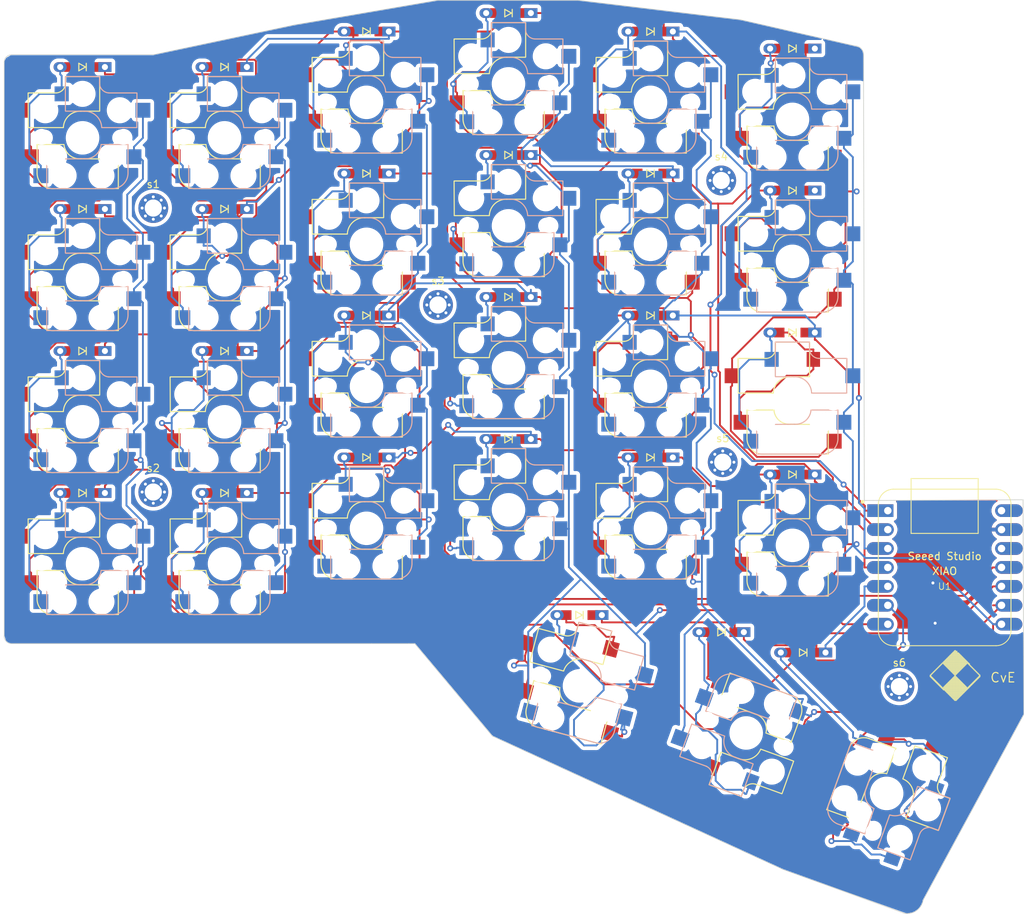
<source format=kicad_pcb>
(kicad_pcb (version 20221018) (generator pcbnew)
  (layers (0 "F.Cu" signal) (31 "B.Cu" signal) (34 "B.Paste" user) (35 "F.Paste" user) (36 "B.SilkS" user "B.Silkscreen") (37 "F.SilkS" user "F.Silkscreen") (38 "B.Mask" user) (39 "F.Mask" user) (44 "Edge.Cuts" user))
  (net 0 "")
  (net 1 "Column 1")
  (net 2 "Column 2")
  (net 3 "Column 6")
  (net 4 "Column 5")
  (net 5 "Column 4")
  (net 6 "Column 3")
  (net 9 "Row 1")
  (net 10 "Row 2")
  (net 11 "Row 3")
  (net 12 "Row 4")
  (net 13 "Row 5")
  (net 14 "Net-(D11-A)")
  (net 15 "Net-(D12-A)")
  (net 16 "Net-(D13-A)")
  (net 17 "Net-(D14-A)")
  (net 18 "Net-(D51-A)")
  (net 19 "Net-(D52-A)")
  (net 20 "Net-(D21-A)")
  (net 21 "Net-(D22-A)")
  (net 22 "Net-(D23-A)")
  (net 23 "Net-(D24-A)")
  (net 24 "Net-(D53-A)")
  (net 25 "Net-(D61-A)")
  (net 26 "Net-(D31-A)")
  (net 27 "Net-(D32-A)")
  (net 28 "Net-(D33-A)")
  (net 29 "Net-(D34-A)")
  (net 30 "Net-(D62-A)")
  (net 31 "Net-(D63-A)")
  (net 32 "Net-(D41-A)")
  (net 33 "Net-(D42-A)")
  (net 34 "Net-(D43-A)")
  (net 35 "Net-(D44-A)")
  (net 36 "Net-(D45-A)")
  (net 37 "Net-(D64-A)")
  (net 38 "Net-(D54-A)")
  (net 39 "Net-(D55-A)")
  (net 40 "Net-(D65-A)")
  (net 41 "ground")
  (footprint "kbd:CherryMX_Choc_Hotswap" (layer "F.Cu") (at 150.6572 56.8901 180)
    (fp_text reference "K42" hide)
    (fp_text value "key" hide)
  )
  (footprint "kbd:D3_TH_SMD_v2" (layer "F.Cu") (at 93.5072 73.6791 180)
    (fp_text reference "D13" hide)
    (fp_text value "1N4148" hide)
  )
  (footprint "kbd:CherryMX_Choc_Hotswap" (layer "F.Cu") (at 169.707 97.4661 180)
    (fp_text reference "K54" hide)
    (fp_text value "key" hide)
  )
  (footprint "kbd:D3_TH_SMD_v2" (layer "F.Cu") (at 131.6072 30.8161 180)
    (fp_text reference "D31" hide)
    (fp_text value "1N4148" hide)
  )
  (footprint "kbd:CherryMX_Choc_Hotswap" (layer "F.Cu") (at 150.6572 37.8401 180)
    (fp_text reference "K41" hide)
    (fp_text value "key" hide)
  )
  (footprint "kbd:D3_TH_SMD_v2" (layer "F.Cu") (at 179.2322 111.3981 180)
    (fp_text reference "D55" hide)
    (fp_text value "1N4148" hide)
  )
  (footprint "xiaobleseed:XIAO-Generic-Hybrid-14P-2.54-21X17.8MM" (layer "F.Cu") (at 209.175 102.72)
    (fp_text reference "U1")
    (fp_text value "MOUDLE-SEEEDUINO-XIAO-ESP32S3" hide)
  )
  (footprint "kbd:CherryMX_Choc_Hotswap" (layer "F.Cu") (at 131.6072 97.4661 180)
    (fp_text reference "K34" hide)
    (fp_text value "key" hide)
  )
  (footprint "kbd:CherryMX_Choc_Hotswap" (layer "F.Cu") (at 93.5072 102.2291 180)
    (fp_text reference "K14" hide)
    (fp_text value "key" hide)
  )
  (footprint "kbd:D3_TH_SMD_v2" (layer "F.Cu") (at 131.6072 68.9161 180)
    (fp_text reference "D33" hide)
    (fp_text value "1N4148" hide)
  )
  (footprint "kbd:CherryMX_Choc_Hotswap" (layer "F.Cu") (at 169.707 40.3161 180)
    (fp_text reference "K51" hide)
    (fp_text value "key" hide)
  )
  (footprint "kbd:D3_TH_SMD_v2" (layer "F.Cu") (at 131.6072 87.9661 180)
    (fp_text reference "D34" hide)
    (fp_text value "1N4148" hide)
  )
  (footprint "kbd:D3_TH_SMD_v2" (layer "F.Cu") (at 190.1939 114.1361 180)
    (fp_text reference "D65" hide)
    (fp_text value "1N4148" hide)
  )
  (footprint "kbd:M2_HOLE_v3" (layer "F.Cu") (at 103 92.6)
    (fp_text reference "s2")
    (fp_text value "Val**")
  )
  (footprint "kbd:CherryMX_Choc_Hotswap" (layer "F.Cu") (at 112.5572 102.2291 180)
    (fp_text reference "K24" hide)
    (fp_text value "key" hide)
  )
  (footprint "kbd:M2_HOLE_v3" (layer "F.Cu") (at 179.2 50.8)
    (fp_text reference "s4")
    (fp_text value "Val**")
  )
  (footprint "kbd:D3_TH_SMD_v2" (layer "F.Cu") (at 169.707 49.8661 180)
    (fp_text reference "D52" hide)
    (fp_text value "1N414" hide)
  )
  (footprint "kbd:CherryMX_Choc_Hotswap" (layer "F.Cu") (at 150.6572 94.9901 180)
    (fp_text reference "K44" hide)
    (fp_text value "key" hide)
  )
  (footprint "kbd:D3_TH_SMD_v2" (layer "F.Cu") (at 169.707 30.8161 180)
    (fp_text reference "D51" hide)
    (fp_text value "1N4148" hide)
  )
  (footprint "kbd:CherryMX_Choc_Hotswap" (layer "F.Cu") (at 169.707 59.3661 180)
    (fp_text reference "K52" hide)
    (fp_text value "key" hide)
  )
  (footprint "kbd:CherryMX_Choc_Hotswap" (layer "F.Cu") (at 112.5572 45.0791 180)
    (fp_text reference "K21" hide)
    (fp_text value "key" hide)
  )
  (footprint "kbd:CherryMX_Choc_Hotswap_1.5u" (layer "F.Cu") (at 201.3939 133.0361 -20)
    (fp_text reference "K65" hide)
    (fp_text value "key" hide)
  )
  (footprint "kbd:CherryMX_Choc_Hotswap" (layer "F.Cu") (at 188.7572 42.6021 180)
    (fp_text reference "K61" hide)
    (fp_text value "key" hide)
  )
  (footprint "kbd:CherryMX_Choc_Hotswap" (layer "F.Cu") (at 93.5072 45.0791 180)
    (fp_text reference "K11" hide)
    (fp_text value "key" hide)
  )
  (footprint "kbd:CherryMX_Choc_Hotswap" (layer "F.Cu") (at 93.5072 83.1791 180)
    (fp_text reference "K13" hide)
    (fp_text value "key" hide)
  )
  (footprint "kbd:CherryMX_Choc_Hotswap" (layer "F.Cu") (at 131.6072 78.4161 180)
    (fp_text reference "K33" hide)
    (fp_text value "key" hide)
  )
  (footprint "kbd:CherryMX_Choc_Hotswap" (layer "F.Cu") (at 131.6072 59.3661 180)
    (fp_text reference "K32" hide)
    (fp_text value "key" hide)
  )
  (footprint "kbd:M2_HOLE_v3" (layer "F.Cu") (at 103 54.5)
    (fp_text reference "s1")
    (fp_text value "Val**")
  )
  (footprint "kbd:CherryMX_Choc_Hotswap" (layer "F.Cu") (at 150.6572 75.9401 180)
    (fp_text reference "K43" hide)
    (fp_text value "key" hide)
  )
  (footprint "kbd:CherryMX_Choc_Hotswap" (layer "F.Cu") (at 112.5572 83.1791 180)
    (fp_text reference "K23" hide)
    (fp_text value "key" hide)
  )
  (footprint "kbd:D3_TH_SMD_v2" (layer "F.Cu") (at 150.6572 47.3901 180)
    (fp_text reference "D42" hide)
    (fp_text value "1N4148" hide)
  )
  (footprint "kbd:D3_TH_SMD_v2" (layer "F.Cu") (at 169.707 87.9661 180)
    (fp_text reference "D54" hide)
    (fp_text value "1N4148" hide)
  )
  (footprint "kbd:D3_TH_SMD_v2" (layer "F.Cu") (at 188.7572 33.1021 180)
    (fp_text reference "D61" hide)
    (fp_text value "1N4148" hide)
  )
  (footprint "kbd:CherryMX_Choc_Hotswap" (layer "F.Cu") (at 112.5572 64.1291 180)
    (fp_text reference "K22" hide)
    (fp_text value "key" hide)
  )
  (footprint "kbd:D3_TH_SMD_v2" (layer "F.Cu") (at 131.6072 49.8661 180)
    (fp_text reference "D32" hide)
    (fp_text value "1N4148" hide)
  )
  (footprint "kbd:D3_TH_SMD_v2" (layer "F.Cu") (at 93.5072 92.7291 180)
    (fp_text reference "D14" hide)
    (fp_text value "1N4148" hide)
  )
  (footprint "kbd:D3_TH_SMD_v2" (layer "F.Cu") (at 112.5572 54.6291 180)
    (fp_text reference "D22" hide)
    (fp_text value "1N4148" hide)
  )
  (footprint "kbd:M2_HOLE_v3" (layer "F.Cu") (at 203.1 118.7)
    (fp_text reference "s6")
    (fp_text value "Val**")
  )
  (footprint "kbd:D3_TH_SMD_v2" (layer "F.Cu") (at 150.6572 85.4901 180)
    (fp_text reference "D44" hide)
    (fp_text value "1N4148" hide)
  )
  (footprint "kbd:CherryMX_Choc_Hotswap" (layer "F.Cu") (at 169.707 78.4161 180)
    (fp_text reference "K53" hide)
    (fp_text value "key" hide)
  )
  (footprint "kbd:M2_HOLE_v3" (layer "F.Cu") (at 141.2 67.5)
    (fp_text reference "s3")
    (fp_text value "Val**")
  )
  (footprint "kbd:D3_TH_SMD_v2" (layer "F.Cu") (at 112.5572 73.6791 180)
    (fp_text reference "D23" hide)
    (fp_text value "1N4148" hide)
  )
  (footprint "kbd:D3_TH_SMD_v2" (layer "F.Cu") (at 188.7572 71.2021 180)
    (fp_text reference "D63" hide)
    (fp_text value "1N4148" hide)
  )
  (footprint "kbd:CherryMX_Choc_Hotswap" (layer "F.Cu") (at 131.6072 40.3161 180)
    (fp_text reference "K31" hide)
    (fp_text value "key" hide)
  )
  (footprint "kbd:D3_TH_SMD_v2" (layer "F.Cu") (at 150.6572 28.3401 180)
    (fp_text reference "D41" hide)
    (fp_text value "1N4148" hide)
  )
  (footprint "kbd:CherryMX_Choc_Hotswap" (layer "F.Cu") (at 93.5072 64.1291 180)
    (fp_text reference "K12" hide)
    (fp_text value "key" hide)
  )
  (footprint "kbd:M2_HOLE_v3" (layer "F.Cu") (at 179.4 88.6)
    (fp_text reference "s5")
    (fp_text value "Val**")
  )
  (footprint "kbd:D3_TH_SMD_v2" (layer "F.Cu") (at 169.707 68.9161 180)
    (fp_text reference "D53" hide)
    (fp_text value "1N4148" hide)
  )
  (footprint "kbd:D3_TH_SMD_v2" (layer "F.Cu") (at 112.5572 92.7291 180)
    (fp_text reference "D24" hide)
    (fp_text value "1N4148" hide)
  )
  (footprint "kbd:CherryMX_Choc_Hotswap" (layer "F.Cu") (at 188.7572 99.7521 180)
    (fp_text reference "K64" hide)
    (fp_text value "key" hide)
  )
  (footprint "kbd:D3_TH_SMD_v2" (layer "F.Cu") (at 112.5572 35.5791 180)
    (fp_text reference "D21" hide)
    (fp_text value "1N4148" hide)
  )
  (footprint "kbd:CherryMX_Choc_Hotswap" (layer "F.Cu") (at 188.7572 80.7021 180)
    (fp_text reference "K63" hide)
    (fp_text value "key" hide)
  )
  (footprint "kbd:D3_TH_SMD_v2" (layer "F.Cu") (at 150.6572 66.4401 180)
    (fp_text reference "D43" hide)
    (fp_text value "1N414" hide)
  )
  (footprint "casper:cve_logo_neg" (layer "F.Cu") (at 214.1775 112.4225 -90)
    (fp_text reference "BOARD_LOGO1" hide)
    (fp_text value locked "CvE")
  )
  (footprint "kbd:D3_TH_SMD_v2" (layer "F.Cu") (at 93.5072 35.5791 180)
    (fp_text reference "D11" hide)
    (fp_text value "diodes:1N4148" hide)
  )
  (footprint "kbd:D3_TH_SMD_v2" (layer "F.Cu") (at 188.7572 90.2521 180)
    (fp_text reference "D64" hide)
    (fp_text value "1N4148" hide)
  )
  (footprint "kbd:D3_TH_SMD_v2" (layer "F.Cu") (at 188.7572 52.1521 180)
    (fp_text reference "D62" hide)
    (fp_text value "1N4148" hide)
  )
  (footprint "kbd:CherryMX_Choc_Hotswap" (layer "F.Cu") (at 188.7572 61.6521 180)
    (fp_text reference "K62" hide)
    (fp_text value "key" hide)
  )
  (footprint "kbd:D3_TH_SMD_v2" (layer "F.Cu") (at 93.5072 54.6291 180)
    (fp_text reference "D12" hide)
    (fp_text value "1N4148" hide)
  )
  (footprint "kbd:D3_TH_SMD_v2" (layer "F.Cu") (at 160.1822 109.1121 180)
    (fp_text reference "D45" hide)
    (fp_text value "1N4148" hide)
  )
  (footprint "kbd:CherryMX_Choc_Hotswap" (layer "B.Cu") (at 182.5474 124.9269 160)
    (fp_text reference "K55" hide)
    (fp_text value "key" hide)
  )
  (footprint "kbd:CherryMX_Choc_Hotswap" (layer "B.Cu") (at 160.1822 118.6121 -15)
    (fp_text reference "K45" hide)
    (fp_text value "key" hide)
  )
  (gr_arc (start 83.8939 112.936098) (mid 83.216084 112.572495) (end 82.993902 111.8361) (stroke (width 0.1)) (layer "Edge.Cuts"))
  (gr_line (start 219.7939 122.4361) (end 219.6939 93.6361) (stroke (width 0.1)) (layer "Edge.Cuts"))
  (gr_line (start 197.0939 32.7361) (end 181.7939 29.2361) (stroke (width 0.1)) (layer "Edge.Cuts"))
  (gr_line (start 83.8939 112.9361) (end 132.2939 112.9361) (stroke (width 0.1)) (layer "Edge.Cuts"))
  (gr_line (start 160.0939 26.6361) (end 141.0939 26.6361) (stroke (width 0.1)) (layer "Edge.Cuts"))
  (gr_line (start 219.6939 93.6361) (end 198.3939 93.7361) (stroke (width 0.1)) (layer "Edge.Cuts"))
  (gr_line (start 132.2939 112.9361) (end 137.2939 112.9361) (stroke (width 0.1)) (layer "Edge.Cuts"))
  (gr_line (start 102.9939 33.9361) (end 83.9939 33.9361) (stroke (width 0.1)) (layer "Edge.Cuts"))
  (gr_line (start 82.9939 34.9361) (end 82.993901 111.8361) (stroke (width 0.1)) (layer "Edge.Cuts"))
  (gr_line (start 138.0939 112.9361) (end 137.2939 112.9361) (stroke (width 0.1)) (layer "Edge.Cuts"))
  (gr_line (start 198.3939 93.7361) (end 198.2939 33.9361) (stroke (width 0.1)) (layer "Edge.Cuts"))
  (gr_line (start 187.4939 143.2361) (end 203.891456 149.162984) (stroke (width 0.1)) (layer "Edge.Cuts"))
  (gr_line (start 121.8939 29.9361) (end 102.9939 33.9361) (stroke (width 0.1)) (layer "Edge.Cuts"))
  (gr_line (start 141.0939 26.6361) (end 121.8939 29.9361) (stroke (width 0.1)) (layer "Edge.Cuts"))
  (gr_line (start 148.4939 125.3361) (end 187.4939 143.2361) (stroke (width 0.1)) (layer "Edge.Cuts"))
  (gr_arc (start 206.293899 147.3361) (mid 205.447389 148.716005) (end 203.891456 149.162984) (stroke (width 0.1)) (layer "Edge.Cuts"))
  (gr_arc (start 82.9939 34.9361) (mid 83.286793 34.228993) (end 83.9939 33.9361) (stroke (width 0.1)) (layer "Edge.Cuts"))
  (gr_line (start 206.2939 147.3361) (end 219.7939 122.4361) (stroke (width 0.1)) (layer "Edge.Cuts"))
  (gr_line (start 181.7939 29.2361) (end 160.0939 26.6361) (stroke (width 0.1)) (layer "Edge.Cuts"))
  (gr_arc (start 197.0939 32.7361) (mid 197.942428 33.087572) (end 198.2939 33.9361) (stroke (width 0.1)) (layer "Edge.Cuts"))
  (gr_line (start 148.4939 125.3361) (end 138.0939 112.9361) (stroke (width 0.1)) (layer "Edge.Cuts"))
  (segment (start 85.235 42.8782) (end 85.4072 42.706) (width 0.25) (layer "F.Cu") (net 1))
  (segment (start 85.4072 60.4291) (end 85.4072 58.0989) (width 0.25) (layer "F.Cu") (net 1))
  (segment (start 85.4072 79.4791) (end 85.4072 80.806) (width 0.25) (layer "F.Cu") (net 1))
  (segment (start 101.3362 103.734496) (end 108.001704 110.4) (width 0.25) (layer "F.Cu") (net 1))
  (segment (start 100.4341 103.1243) (end 100.4341 107.3091) (width 0.25) (layer "F.Cu") (net 1))
  (segment (start 85.4072 77.1489) (end 90.0099 72.5462) (width 0.25) (layer "F.Cu") (net 1))
  (segment (start 90.0099 91.5962) (end 85.235 86.8213) (width 0.25) (layer "F.Cu") (net 1))
  (segment (start 85.235 80.9782) (end 85.4072 80.806) (width 0.25) (layer "F.Cu") (net 1))
  (segment (start 179.685562 124.414438) (end 188.9 115.2) (width 0.25) (layer "F.Cu") (net 1))
  (segment (start 85.4072 60.4291) (end 85.4072 61.756) (width 0.25) (layer "F.Cu") (net 1))
  (segment (start 85.235 67.7713) (end 85.235 61.9282) (width 0.25) (layer "F.Cu") (net 1))
  (segment (start 101.3362 102.2222) (end 100.4341 103.1243) (width 0.25) (layer "F.Cu") (net 1))
  (segment (start 99.1072 107.3091) (end 100.4341 107.3091) (width 0.25) (layer "F.Cu") (net 1))
  (segment (start 90.0099 53.4962) (end 85.235 48.7213) (width 0.25) (layer "F.Cu") (net 1))
  (segment (start 90.0099 72.5462) (end 85.235 67.7713) (width 0.25) (layer "F.Cu") (net 1))
  (segment (start 85.4072 98.5291) (end 85.4072 96.1989) (width 0.25) (layer "F.Cu") (net 1))
  (segment (start 101.3362 102.2222) (end 101.3362 103.734496) (width 0.25) (layer "F.Cu") (net 1))
  (segment (start 101.2862 88.3005) (end 100.4755 88.3005) (width 0.25) (layer "F.Cu") (net 1))
  (segment (start 90.0099 72.5462) (end 95.7701 72.5462) (width 0.25) (layer "F.Cu") (net 1))
  (segment (start 108.001704 110.4) (end 155.617772 110.4) (width 0.25) (layer "F.Cu") (net 1))
  (segment (start 85.4072 96.1989) (end 90.0099 91.5962) (width 0.25) (layer "F.Cu") (net 1))
  (segment (start 95.7701 72.5462) (end 99.1072 69.2091) (width 0.25) (layer "F.Cu") (net 1))
  (segment (start 90.0099 53.4962) (end 95.7701 53.4962) (width 0.25) (layer "F.Cu") (net 1))
  (segment (start 163.617772 118.4) (end 170.859469 118.4) (width 0.25) (layer "F.Cu") (net 1))
  (segment (start 176.873907 124.414438) (end 179.685562 124.414438) (width 0.25) (layer "F.Cu") (net 1))
  (segment (start 188.9 115.2) (end 201.2 115.2) (width 0.25) (layer "F.Cu") (net 1))
  (segment (start 85.235 48.7213) (end 85.235 42.8782) (width 0.25) (layer "F.Cu") (net 1))
  (segment (start 155.617772 110.4) (end 163.617772 118.4) (width 0.25) (layer "F.Cu") (net 1))
  (segment (start 201.2 115.2) (end 201.5 115.2) (width 0.25) (layer "F.Cu") (net 1))
  (segment (start 95.7701 91.5962) (end 99.1072 88.2591) (width 0.25) (layer "F.Cu") (net 1))
  (segment (start 95.7701 53.4962) (end 99.1072 50.1591) (width 0.25) (layer "F.Cu") (net 1))
  (segment (start 201.5 115.2) (end 203.6 113.1) (width 0.25) (layer "F.Cu") (net 1))
  (segment (start 90.0099 91.5962) (end 95.7701 91.5962) (width 0.25) (layer "F.Cu") (net 1))
  (segment (start 85.4072 41.3791) (end 85.4072 42.706) (width 0.25) (layer "F.Cu") (net 1))
  (segment (start 85.235 86.8213) (end 85.235 80.9782) (width 0.25) (layer "F.Cu") (net 1))
  (segment (start 85.4072 58.0989) (end 90.0099 53.4962) (width 0.25) (layer "F.Cu") (net 1))
  (segment (start 85.4072 79.4791) (end 85.4072 77.1489) (width 0.25) (layer "F.Cu") (net 1))
  (segment (start 170.859469 118.4) (end 176.873907 124.414438) (width 0.25) (layer "F.Cu") (net 1))
  (segment (start 100.4755 88.3005) (end 100.4341 88.2591) (width 0.25) (layer "F.Cu") (net 1))
  (segment (start 99.1072 88.2591) (end 100.4341 88.2591) (width 0.25) (layer "F.Cu") (net 1))
  (segment (start 85.235 61.9282) (end 85.4072 61.756) (width 0.25) (layer "F.Cu") (net 1))
  (via (at 203.6 113.1) (size 0.8) (drill 0.4) (layers "F.Cu" "B.Cu") (net 1))
  (via (at 101.2862 88.3005) (size 0.8) (drill 0.4) (layers "F.Cu" "B.Cu") (net 1))
  (via (at 101.3362 102.2222) (size 0.8) (drill 0.4) (layers "F.Cu" "B.Cu") (net 1))
  (segment (start 100.4072 85.0556) (end 101.2862 85.9346) (width 0.25) (layer "B.Cu") (net 1))
  (segment (start 101.6072 96.6072) (end 99.4 94.4) (width 0.25) (layer "B.Cu") (net 1))
  (segment (start 101.6072 67.2056) (end 101.6072 79.4791) (width 0.25) (layer "B.Cu") (net 1))
  (segment (start 101.6072 58.0072) (end 99.5 55.9) (width 0.25) (layer "B.Cu") (net 1))
  (segment (start 101.6072 60.4291) (end 101.6072 58.0072) (width 0.25) (layer "B.Cu") (net 1))
  (segment (start 99.5 52.7072) (end 101.6072 50.6) (width 0.25) (layer "B.Cu") (net 1))
  (segment (start 100.4072 46.2922) (end 101.6072 45.0922) (width 0.25) (layer "B.Cu") (net 1))
  (segment (start 99.4 94.4) (end 99.4 91.7072) (width 0.25) (layer "B.Cu") (net 1))
  (segment (start 101.6072 83.1922) (end 101.6072 79.4791) (width 0.25) (layer "B.Cu") (net 1))
  (segment (start 101.6072 101.9512) (end 101.6072 98.5291) (width 0.25) (layer "B.Cu") (net 1))
  (segment (start 100.4072 84.3922) (end 101.6072 83.1922) (width 0.25) (layer "B.Cu") (net 1))
  (segment (start 101.3362 102.2222) (end 101.6072 101.9512) (width 0.25) (layer "B.Cu") (net 1))
  (segment (start 101.6072 64.1422) (end 101.6072 60.4291) (width 0.25) (layer "B.Cu") (net 1))
  (segment (start 101.6072 48.1556) (end 101.6072 50.6) (width 0.25) (layer "B.Cu") (net 1))
  (segment (start 100.4072 46.9556) (end 100.4072 46.2922) (width 0.25) (layer "B.Cu") (net 1))
  (segment (start 101.6072 45.0922) (end 101.6072 41.3791) (width 0.25) (layer "B.Cu") (net 1))
  (segment (start 100.4072 66.6691) (end 100.4072 66.0056) (width 0.25) (layer "B.Cu") (net 1))
  (segment (start 100.4072 104.7691) (end 100.4072 103.4422) (width 0.25) (layer "B.Cu") (net 1))
  (segment (start 100.4072 47.6191) (end 100.4072 46.9556) (width 0.25) (layer "B.Cu") (net 1))
  (segment (start 101.2862 85.9346) (end 101.2862 88.3005) (width 0.25) (layer "B.Cu") (net 1))
  (segment (start 100.4072 66.0056) (end 100.4072 65.3422) (width 0.25) (layer "B.Cu") (net 1))
  (segment (start 99.4 91.7072) (end 101.6072 89.5) (width 0.25) (layer "B.Cu") (net 1))
  (segment (start 100.4072 66.0056) (end 101.6072 67.2056) (width 0.25) (layer "B.Cu") (net 1))
  (segment (start 100.4072 85.0556) (end 100.4072 84.3922) (width 0.25) (layer "B.Cu") (net 1))
  (segment (start 100.4072 103.4422) (end 101.3362 102.5132) (width 0.25) (layer "B.Cu") (net 1))
  (segment (start 101.6072 88.6215) (end 101.6072 89.5) (width 0.25) (layer "B.Cu") (net 1))
  (segment (start 101.2862 88.3005) (end 101.6072 88.6215) (width 0.25) (layer "B.Cu") (net 1))
  (segment (start 101.3362 102.5132) (end 101.3362 102.2222) (width 0.25) (layer "B.Cu") (net 1))
  (segment (start 99.5 55.9) (end 99.5 52.7072) (width 0.25) (layer "B.Cu") (net 1))
  (segment (start 203.6 113.1) (end 203.6 109.85) (width 0.25) (layer "B.Cu") (net 1))
  (segment (start 100.4072 46.9556) (end 101.6072 48.1556) (width 0.25) (layer "B.Cu") (net 1))
  (segment (start 203.6 109.85) (end 201.55 107.8) (width 0.25) (layer "B.Cu") (net 1))
  (segment (start 100.4072 85.7191) (end 100.4072 85.0556) (width 0.25) (layer "B.Cu") (net 1))
  (segment (start 101.6072 98.5291) (end 101.6072 96.6072) (width 0.25) (layer "B.Cu") (net 1))
  (segment (start 100.4072 65.3422) (end 101.6072 64.1422) (width 0.25) (layer "B.Cu") (net 1))
  (segment (start 195.5237 110.34) (end 192.8613 107.6776) (width 0.25) (layer "F.Cu") (net 2))
  (segment (start 118.1572 88.2591) (end 118.1572 86.9322) (width 0.25) (layer "F.Cu") (net 2))
  (segment (start 119.6554 63.9241) (end 119.6554 59.5362) (width 0.25) (layer "F.Cu") (net 2))
  (segment (start 119.4841 107.3091) (end 120.6719 106.1213) (width 0.25) (layer "F.Cu") (net 2))
  (segment (start 118.1572 67.8822) (end 119.6554 66.384) (width 0.25) (layer "F.Cu") (net 2))
  (segment (start 104.4572 60.4291) (end 108.7341 56.1522) (width 0.25) (layer "F.Cu") (net 2))
  (segment (start 111.6174 80.6021) (end 111.6174 80.6022) (width 0.25) (layer "F.Cu") (net 2))
  (segment (start 116.8165 53.4912) (end 118.1572 52.1505) (width 0.25) (layer "F.Cu") (net 2))
  (segment (start 107.8512 109.4267) (end 104.2729 105.8484) (width 0.25) (layer "F.Cu") (net 2))
  (segment (start 118.1572 69.2091) (end 118.1572 67.8822) (width 0.25) (layer "F.Cu") (net 2))
  (segment (start 119.6554 66.384) (end 119.6554 63.9241) (width 0.25) (layer "F.Cu") (net 2))
  (segment (start 118.1572 107.3091) (end 119.4841 107.3091) (width 0.25) (layer "F.Cu") (net 2))
  (segment (start 120.6719 106.1213) (end 120.6719 100.6443) (width 0.25) (layer "F.Cu") (net 2))
  (segment (start 116.8165 53.4912) (end 116.8165 55.4466) (width 0.25) (layer "F.Cu") (net 2))
  (segment (start 104.2858 48.7762) (end 109.0008 53.4912) (width 0.25) (layer "F.Cu") (net 2))
  (segment (start 108.7341 56.1522) (end 116.1109 56.1522) (width 0.25) (layer "F.Cu") (net 2))
  (segment (start 118.1572 52.1505) (end 118.1572 50.1591) (width 0.25) (layer "F.Cu") (net 2))
  (segment (start 109.0008 53.4912) (end 116.8165 53.4912) (width 0.25) (layer "F.Cu") (net 2))
  (segment (start 104.4572 42.706) (end 104.2858 42.8774) (width 0.25) (layer "F.Cu") (net 2))
  (segment (start 119.5923 85.4971) (end 118.1572 86.9322) (width 0.25) (layer "F.Cu") (net 2))
  (segment (start 104.4572 79.4791) (end 104.6202 79.4791) (width 0.25) (layer "F.Cu") (net 2))
  (segment (start 119.5923 82.5472) (end 119.5923 83.3413) (width 0.25) (layer "F.Cu") (net 2))
  (segment (start 104.4572 98.5291) (end 104.4572 99.856) (width 0.25) (layer "F.Cu") (net 2))
  (segment (start 117.3665 109.4267) (end 107.8512 109.4267) (width 0.25) (layer "F.Cu") (net 2))
  (segment (start 119.5923 83.3413) (end 119.5923 85.4971) (width 0.25) (layer "F.Cu") (net 2))
  (segment (start 192.8613 107.6776) (end 122.2282 107.6776) (width 0.25) (layer "F.Cu") (net 2))
  (segment (start 104.6202 79.479) (end 106.697 77.4022) (width 0.25) (layer "F.Cu") (net 2))
  (segment (start 104.2729 100.0403) (end 104.4572 99.856) (width 0.25) (layer "F.Cu") (net 2))
  (segment (start 104.2729 105.8484) (end 104.2729 100.0403) (width 0.25) (layer "F.Cu") (net 2))
  (segment (start 119.4208 107.3725) (end 119.4207 107.3725) (width 0.25) (layer "F.Cu") (net 2))
  (segment (start 111.6174 80.6022) (end 114.4586 80.6022) (width 0.25) (layer "F.Cu") (net 2))
  (segment (start 116.1109 56.1522) (end 116.1912 56.0719) (width 0.25) (layer "F.Cu") (net 2))
  (segment (start 119.6554 59.5362) (end 116.1912 56.0719) (width 0.25) (layer "F.Cu") (net 2))
  (segment (start 119.4207 107.3725) (end 117.3665 109.4267) (width 0.25) (layer "F.Cu") (net 2))
  (segment (start 120.6469 63.9241) (end 119.6554 63.9241) (width 0.25) (layer "F.Cu") (net 2))
  (segment (start 114.4586 80.6022) (end 115.4977 81.6413) (width 0.25) (layer "F.Cu") (net 2))
  (segment (start 201.55 110.34) (end 195.5237 110.34) (width 0.25) (layer "F.Cu") (net 2))
  (segment (start 118.6864 81.6413) (end 119.5923 82.5472) (width 0.25) (layer "F.Cu") (net 2))
  (segment (start 104.2858 42.8774) (end 104.2858 48.7762) (width 0.25) (layer "F.Cu") (net 2))
  (segment (start 122.2282 107.6776) (end 120.6719 106.1213) (width 0.25) (layer "F.Cu") (net 2))
  (segment (start 115.4977 81.6413) (end 118.6864 81.6413) (width 0.25) (layer "F.Cu") (net 2))
  (segment (start 119.4841 107.3092) (end 119.4208 107.3725) (width 0.25) (layer "F.Cu") (net 2))
  (segment (start 104.4572 41.3791) (end 104.4572 42.706) (width 0.25) (layer "F.Cu") (net 2))
  (segment (start 104.6202 79.4791) (end 104.6202 79.479) (width 0.25) (layer "F.Cu") (net 2))
  (segment (start 119.4841 107.3091) (end 119.4841 107.3092) (width 0.25) (layer "F.Cu") (net 2))
  (segment (start 116.8165 55.4466) (end 116.1912 56.0719) (width 0.25) (layer "F.Cu") (net 2))
  (segment (start 120.6469 83.3413) (end 119.5923 83.3413) (width 0.25) (layer "F.Cu") (net 2))
  (segment (start 108.4175 77.4022) (end 111.6174 80.6021) (width 0.25) (layer "F.Cu") (net 2))
  (segment (start 106.697 77.4022) (end 108.4175 77.4022) (width 0.25) (layer "F.Cu") (net 2))
  (via (at 120.6469 63.9241) (size 0.8) (drill 0.4) (layers "F.Cu" "B.Cu") (net 2))
  (via (at 120.6469 83.3413) (size 0.8) (drill 0.4) (layers "F.Cu" "B.Cu") (net 2))
  (via (at 120.6719 100.6443) (size 0.8) (drill 0.4) (layers "F.Cu" "B.Cu") (net 2))
  (segment (start 119.4572 85.0556) (end 120.6572 86.2556) (width 0.25) (layer "B.Cu") (net 2))
  (segment (start 119.4572 85.7191) (end 119.4572 85.0556) (width 0.25) (layer "B.Cu") (net 2))
  (segment (start 120.6572 48.1556) (end 120.6572 60.4291) (width 0.25) (layer "B.Cu") (net 2))
  (segment (start 119.4572 66.0056) (end 120.6572 67.2056) (width 0.25) (layer "B.Cu") (net 2))
  (segment (start 119.4572 47.6191) (end 119.4572 46.9556) (width 0.25) (layer "B.Cu") (net 2))
  (segment (start 120.6572 67.2056) (end 120.6572 79.4791) (width 0.25) (layer "B.Cu") (net 2))
  (segment (start 120.5081 83.3413) (end 120.6469 83.3413) (width 0.25) (layer "B.Cu") (net 2))
  (segment (start 120.6469 63.9241) (end 120.6572 63.9138) (width 0.25) (layer "B.Cu") (net 2))
  (segment (start 120.6572 63.9138) (end 120.6572 60.4291) (width 0.25) (layer "B.Cu") (net 2))
  (segment (start 119.4572 85.0556) (end 119.4572 84.3922) (width 0.25) (layer "B.Cu") (net 2))
  (segment (start 120.6469 64.1525) (end 120.6469 63.9241) (width 0.25) (layer "B.Cu") (net 2))
  (segment (start 120.6572 102.2422) (end 120.6572 100.6443) (width 0.25) (layer "B.Cu") (net 2))
  (segment (start 119.4572 66.6691) (end 119.4572 66.0056) (width 0.25) (layer "B.Cu") (net 2))
  (segment (start 120.6719 100.6443) (end 120.6572 100.6443) (width 0.25) (layer "B.Cu") (net 2))
  (segment (start 120.6572 100.6443) (end 120.6572 98.5291) (width 0.25) (layer "B.Cu") (net 2))
  (segment (start 120.6572 79.4791) (end 120.6572 80.806) (width 0.25) (layer "B.Cu") (net 2))
  (segment (start 119.4572 46.2922) (end 120.6572 45.0922) (width 0.25) (layer "B.Cu") (net 2))
  (segment (start 119.4572 65.3422) (end 120.6469 64.1525) (width 0.25) (layer "B.Cu") (net 2))
  (segment (start 120.6572 86.2556) (end 120.6572 98.5291) (width 0.25) (layer "B.Cu") (net 2))
  (segment (start 120.6469 80.8163) (end 120.6572 80.806) (width 0.25) (layer "B.Cu") (net 2))
  (segment (start 119.4572 104.7691) (end 119.4572 103.4422) (width 0.25) (layer "B.Cu") (net 2))
  (segment (start 119.4572 84.3922) (end 120.5081 83.3413) (width 0.25) (layer "B.Cu") (net 2))
  (segment (start 119.4572 66.0056) (end 119.4572 65.3422) (width 0.25) (layer "B.Cu") (net 2))
  (segment (start 120.6572 45.0922) (end 120.6572 41.3791) (width 0.25) (layer "B.Cu") (net 2))
  (segment (start 119.4572 46.9556) (end 120.6572 48.1556) (width 0.25) (layer "B.Cu") (net 2))
  (segment (start 119.4572 103.4422) (end 120.6572 102.2422) (width 0.25) (layer "B.Cu") (net 2))
  (segment (start 119.4572 46.9556) (end 119.4572 46.2922) (width 0.25) (layer "B.Cu") (net 2))
  (segment (start 120.6469 83.3413) (end 120.6469 80.8163) (width 0.25) (layer "B.Cu") (net 2))
  (segment (start 182.897 55.8752) (end 184.6175 55.8752) (width 0.25) (layer "F.Cu") (net 3))
  (segment (start 194.9079 98.177) (end 191.6604 98.177) (width 0.25) (layer "F.Cu") (net 3))
  (segment (start 194.2057 139.2165) (end 194.2057 137.9328) (width 0.25) (layer "F.Cu") (net 3))
  (segment (start 194.2057 137.9328) (end 195.4894 137.9328) (width 0.25) (layer "F.Cu") (net 3))
  (segment (start 194.8913 135.7624) (end 193.6746 134.5457) (width 0.25) (layer "F.Cu") (net 3))
  (segment (start 195.8285 102.0339) (end 195.8285 99.5949) (width 0.25) (layer "F.Cu") (net 3))
  (segment (start 194.3572 47.6821) (end 194.3572 49.009) (width 0.25) (layer "F.Cu") (net 3))
  (segment (start 195.8752 51.9717) (end 193.7009 49.7974) (width 0.25) (layer "F.Cu") (net 3))
  (segment (start 195.6271 135.8355) (end 195.554 135.7624) (width 0.25) (layer "F.Cu") (net 3))
  (segment (start 191.6604 60.077) (end 194.9079 60.077) (width 0.25) (layer "F.Cu") (net 3))
  (segment (start 196.1839 137.2383) (end 196.1839 137.1646) (width 0.25) (layer "F.Cu") (net 3))
  (segment (start 194.3572 103.5052) (end 195.8285 102.0339) (width 0.25) (layer "F.Cu") (net 3))
  (segment (start 215.6731 110.34) (end 215.6731 117.7855) (width 0.25) (layer "F.Cu") (net 3))
  (segment (start 195.8241 60.9932) (end 195.8241 63.9383) (width 0.25) (layer "F.Cu") (net 3))
  (segment (start 194.3572 85.7821) (end 192.259 87.8803) (width 0.25) (layer "F.Cu") (net 3))
  (segment (start 187.8174 59.0752) (end 190.6586 59.0752) (width 0.25) (layer "F.Cu") (net 3))
  (segment (start 180.4848 84.3893) (end 180.4848 78.5014) (width 0.25) (layer "F.Cu") (net 3))
  (segment (start 191.9136 69.1757) (end 194.3572 66.7321) (width 0.25) (layer "F.Cu") (net 3))
  (segment (start 193.7009 49.7974) (end 194.3572 49.1411) (width 0.25) (layer "F.Cu") (net 3))
  (segment (start 195.8285 99.5949) (end 195.8285 99.0976) (width 0.25) (layer "F.Cu") (net 3))
  (segment (start 180.5303 40.3559) (end 180.5303 46.3277) (width 0.25) (layer "F.Cu") (net 3))
  (segment (start 194.3572 49.1411) (end 194.3572 49.009) (width 0.25) (layer "F.Cu") (net 3))
  (segment (start 208.1405 125.3181) (end 208.1404 125.3181) (width 0.25) (layer "F.Cu") (net 3))
  (segment (start 180.8202 57.952) (end 182.897 55.8752) (width 0.25) (layer "F.Cu") (net 3))
  (segment (start 187.8174 59.0751) (end 187.8174 59.0752) (width 0.25) (layer "F.Cu") (net 3))
  (segment (start 195.8752 59.1097) (end 195.8752 52.2696) (width 0.25) (layer "F.Cu") (net 3))
  (segment (start 192.259 87.8803) (end 183.9758 87.8803) (width 0.25) (layer "F.Cu") (net 3))
  (segment (start 195.8752 52.2696) (end 197.3615 52.2696) (width 0.25) (layer "F.Cu") (net 3))
  (segment (start 216.8 110.34) (end 215.6731 110.34) (width 0.25) (layer "F.Cu") (net 3))
  (segment (start 195.8752 52.2696) (end 195.8752 51.9717) (width 0.25) (layer "F.Cu") (net 3))
  (segment (start 184 49.7974) (end 193.7009 49.7974) (width 0.25) (layer "F.Cu") (net 3))
  (segment (start 185.9288 93.972) (end 181.4104 93.972) (width 0.25) (layer "F.Cu") (net 3))
  (segment (start 195.4894 137.9328) (end 196.1839 137.2383) (width 0.25) (layer "F.Cu") (net 3))
  (segment (start 201.9804 124.4038) (end 202.8947 125.3181) (width 0.25) (layer "F.Cu") (net 3))
  (segment (start 194.3572 104.8321) (end 194.3572 103.5052) (width 0.25) (layer "F.Cu") (net 3))
  (segment (start 215.6731 117.7855) (end 208.1405 125.3181) (width 0.25) (layer "F.Cu") (net 3))
  (segment (start 193.9896 139.4326) (end 194.2057 139.2165) (width 0.25) (layer "F.Cu") (net 3))
  (segment (start 180.5303 46.3277) (end 184 49.7974) (width 0.25) (layer "F.Cu") (net 3))
  (segment (start 196.1839 137.1646) (end 195.6271 136.6078) (width 0.25) (layer "F.Cu") (net 3))
  (segment (start 194.9079 60.077) (end 195.8752 59.1097) (width 0.25) (layer "F.Cu") (net 3))
  (segment (start 188.0043 96.0475) (end 185.9288 93.972) (width 0.25) (layer "F.Cu") (net 3))
  (segment (start 191.6604 98.177) (end 189.5309 96.0475) (width 0.25) (layer "F.Cu") (net 3))
  (segment (start 193.6746 129.7891) (end 199.0599 124.4038) (width 0.25) (layer "F.Cu") (net 3))
  (segment (start 195.8241 63.9383) (end 194.3572 65.4052) (width 0.25) (layer "F.Cu") (net 3))
  (segment (start 180.6572 40.229) (end 180.5303 40.3559) (width 0.25) (layer "F.Cu") (net 3))
  (segment (start 195.8285 99.5949) (end 197.3532 99.5949) (width 0.25) (layer "F.Cu") (net 3))
  (segment (start 194.9079 60.077) (end 195.8241 60.9932) (width 0.25) (layer "F.Cu") (net 3))
  (segment (start 180.6572 96.0521) (end 180.6572 94.7252) (width 0.25) (layer "F.Cu") (net 3))
  (segment (start 199.0599 124.4038) (end 201.9804 124.4038) (width 0.25) (layer "F.Cu") (net 3))
  (segment (start 194.7392 136.4669) (end 194.2057 137.9328) (width 0.25) (layer "F.Cu") (net 3))
  (segment (start 195.8285 99.0976) (end 194.9079 98.177) (width 0.25) (layer "F.Cu") (net 3))
  (segment (start 180.6572 77.2439) (end 180.6572 77.0021) (width 0.25) (layer "F.Cu") (net 3))
  (segment (start 195.6271 136.6078) (end 195.6271 135.8355) (width 0.25) (layer "F.Cu") (net 3))
  (segment (start 207.6069 126.784) (end 208.1404 125.3181) (width 0.25) (layer "F.Cu") (net 3))
  (segment (start 184.6175 55.8752) (end 187.8174 59.0751) (width 0.25) (layer "F.Cu") (net 3))
  (segment (start 180.6572 77.2439) (end 180.6572 78.329) (width 0.25) (layer "F.Cu") (net 3))
  (segment (start 186.1609 69.1757) (end 191.9136 69.1757) (width 0.25) (layer "F.Cu") (net 3))
  (segment (start 180.4848 78.5014) (end 180.6572 78.329) (width 0.25) (layer "F.Cu") (net 3))
  (segment (start 181.4104 93.972) (end 180.6572 94.7252) (width 0.25) (layer "F.Cu") (net 3))
  (segment (start 202.8947 125.3181) (end 208.1404 125.3181) (width 0.25) (layer "F.Cu") (net 3))
  (segment (start 189.5309 96.0475) (end 188.0043 96.0475) (width 0.25) (layer "F.Cu") (net 3))
  (segment (start 180.6572 77.0021) (end 180.6572 74.6794) (width 0.25) (layer "F.Cu") (net 3))
  (segment (start 193.6746 134.5457) (end 193.6746 129.7891) (width 0.25) (layer "F.Cu") (net 3))
  (segment (start 190.6586 59.0752) (end 191.6604 60.077) (width 0.25) (layer "F.Cu") (net 3))
  (segment (start 180.6572 74.6794) (end 186.1609 69.1757) (width 0.25) (layer "F.Cu") (net 3))
  (segment (start 195.554 135.7624) (end 194.8913 135.7624) (width 0.25) (layer "F.Cu") (net 3))
  (segment (start 180.6572 57.9521) (end 180.8202 57.9521) (width 0.25) (layer "F.Cu") (net 3))
  (segment (start 183.9758 87.8803) (end 180.4848 84.3893) (width 0.25) (layer "F.Cu") (net 3))
  (segment (start 180.6572 38.9021) (end 180.6572 40.229) (width 0.25) (layer "F.Cu") (net 3))
  (segment (start 194.3572 66.7321) (end 194.3572 65.4052) (width 0.25) (layer "F.Cu") (net 3))
  (segment (start 180.8202 57.9521) (end 180.8202 57.952) (width 0.25) (layer "F.Cu") (net 3))
  (via (at 193.9896 139.4326) (size 0.8) (drill 0.4) (layers "F.Cu" "B.Cu") (net 3))
  (via (at 197.3532 99.5949) (size 0.8) (drill 0.4) (layers "F.Cu" "B.Cu") (net 3))
  (via (at 197.3615 52.2696) (size 0.8) (drill 0.4) (layers "F.Cu" "B.Cu") (net 3))
  (segment (start 200.5193 141.2312) (end 200.5193 141.2313) (width 0.25) (layer "B.Cu") (net 3))
  (segment (start 197.143 139.8943) (end 196.6813 139.4326) (width 0.25) (layer "B.Cu") (net 3))
  (segment (start 206.7831 101.45) (end 215.6731 110.34) (width 0.25) (layer "B.Cu") (net 3))
  (segment (start 196.8572 96.0521) (end 196.8572 94.7252) (width 0.25) (layer "B.Cu") (net 3))
  (segment (start 195.6572 100.9652) (end 196.8572 99.7652) (width 0.25) (layer "B.Cu") (net 3))
  (segment (start 199.3553 141.2313) (end 198.0183 139.8943) (width 0.25) (layer "B.Cu") (net 3))
  (segment (start 195.6572 45.1421) (end 195.6572 45.8055) (width 0.25) (layer "B.Cu") (net 3))
  (segment (start 196.8572 64.7286) (end 196.8572 77.0021) (width 0.25) (layer "B.Cu") (net 3))
  (segment (start 196.8572 99.5949) (end 196.8572 96.0521) (width 0.25) (layer "B.Cu") (net 3))
  (segment (start 195.6572 63.5286) (end 196.8572 64.7286) (width 0.25) (layer "B.Cu") (net 3))
  (segment (start 196.8572 61.6652) (end 196.8572 57.9521) (width 0.25) (layer "B.Cu") (net 3))
  (segment (start 195.6572 84.569) (end 196.8572 85.769) (width 0.25) (layer "B.Cu") (net 3))
  (segment (start 196.8572 77.0021) (end 196.8572 80.7152) (width 0.25) (layer "B.Cu") (net 3))
  (segment (start 195.6572 64.1921) (end 195.6572 63.5286) (width 0.25) (layer "B.Cu") (net 3))
  (segment (start 195.6572 102.2921) (end 195.6572 100.9652) (width 0.25) (layer "B.Cu") (net 3))
  (segment (start 196.6813 139.4326) (end 196.6813 138.5573) (width 0.25) (layer "B.Cu") (net 3))
  (segment (start 196.8572 47.669) (end 195.6572 46.469) (width 0.25) (layer "B.Cu") (net 3))
  (segment (start 196.8572 85.769) (end 196.8572 94.7252) (width 0.25) (layer "B.Cu") (net 3))
  (segment (start 197.3532 99.5949) (end 196.8572 99.5949) (width 0.25) (layer "B.Cu") (net 3))
  (segment (start 195.6572 63.5286) (end 195.6572 62.8652) (width 0.25) (layer "B.Cu") (net 3))
  (segment (start 196.8572 52.2696) (end 196.8572 47.669) (width 0.25) (layer "B.Cu") (net 3))
  (segment (start 196.8572 99.7652) (end 198.542 101.45) (width 0.25) (layer "B.Cu") (net 3))
  (segment (start 198.0183 139.8943) (end 197.143 139.8943) (width 0.25) (layer "B.Cu") (net 3))
  (segment (start 197.3615 52.2696) (end 196.8572 52.2696) (width 0.25) (layer "B.Cu") (net 3))
  (segment (start 196.8572 99.7652) (end 196.8572 99.5949) (width 0.25) (layer "B.Cu") (net 3))
  (segment (start 195.6572 83.2421) (end 195.6572 81.9152) (width 0.25) (layer "B.Cu") (net 3))
  (segment (start 196.8572 44.6055) (end 196.8572 38.9021) (width 0.25) (layer "B.Cu") (net 3))
  (segment (start 216.8 110.34) (end 215.6731 110.34) (width 0.25) (layer "B.Cu") (net 3))
  (segment (start 202.1346 141.8191) (end 200.5193 141.2312) (width 0.25) (layer "B.Cu") (net 3))
  (segment (start 195.6572 83.2421) (end 195.6572 84.569) (width 0.25) (layer "B.Cu") (net 3))
  (segment (start 196.6813 139.4326) (end 193.9896 139.4326) (width 0.25) (layer "B.Cu") (net 3))
  (segment (start 195.6572 45.8055) (end 196.8572 44.6055) (width 0.25) (layer "B.Cu") (net 3))
  (segment (start 196.8572 80.7152) (end 195.6572 81.9152) (width 0.25) (layer "B.Cu") (net 3))
  (segment (start 200.5193 141.2313) (end 199.3553 141.2313) (width 0.25) (layer "B.Cu") (net 3))
  (segment (start 198.542 101.45) (end 206.7831 101.45) (width 0.25) (layer "B.Cu") (net 3))
  (segment (start 195.6572 62.8652) (end 196.8572 61.6652) (width 0.25) (layer "B.Cu") (net 3))
  (segment (start 196.8572 57.9521) (end 196.8572 52.2696) (width 0.25) (layer "B.Cu") (net 3))
  (segment (start 195.6572 45.8055) (end 195.6572 46.469) (width 0.25) (layer "B.Cu") (net 3))
  (segment (start 165.5673 91.6892) (end 168.7672 94.8891) (width 0.25) (layer "F.Cu") (net 4))
  (segment (start 189.2811 129.2421) (end 189.5123 129.4733) (width 0.25) (layer "F.Cu") (net 4))
  (segment (start 161.607 55.9079) (end 161.607 55.6661) (width 0.25) (layer "F.Cu") (net 4))
  (segment (start 216.8 107.8) (end 215.6731 107.8) (width 0.25) (layer "F.Cu") (net 4))
  (segment (start 175.307 83.4961) (end 175.307 82.1692) (width 0.25) (layer "F.Cu") (net 4))
  (segment (start 175.307 64.4461) (end 175.307 65.773) (width 0.25) (layer "F.Cu") (net 4))
  (segment (start 175.8105 95.8911) (end 176.7824 96.863) (width 0.25) (layer "F.Cu") (net 4))
  (segment (start 161.607 55.6661) (end 161.607 50.8643) (width 0.25) (layer "F.Cu") (net 4))
  (segment (start 168.7672 94.8891) (end 168.7672 94.8892) (width 0.25) (layer "F.Cu") (net 4))
  (segment (start 171.6084 75.8392) (end 172.6102 76.841) (width 0.25) (layer "F.Cu") (net 4))
  (segment (start 175.307 104.5209) (end 175.4169 104.6308) (width 0.25) (layer "F.Cu") (net 4))
  (segment (start 168.7672 94.8892) (end 171.6084 94.8892) (width 0.25) (layer "F.Cu") (net 4))
  (segment (start 168.7672 75.8392) (end 171.6084 75.8392) (width 0.25) (layer "F.Cu") (net 4))
  (segment (start 209.7891 122.1109) (end 214.2 117.7) (width 0.25) (layer "F.Cu") (net 4))
  (segment (start 171.6084 94.8892) (end 172.6103 95.8911) (width 0.25) (layer "F.Cu") (net 4))
  (segment (start 163.8468 72.6392) (end 165.5673 72.6392) (width 0.25) (layer "F.Cu") (net 4))
  (segment (start 161.607 56.993) (end 161.4361 57.1639) (width 0.25) (layer "F.Cu") (net 4))
  (segment (start 190.5732 123.1992) (end 190.519 123.1992) (width 0.25) (layer "F.Cu") (net 4))
  (segment (start 176.7408 77.79) (end 176.7408 80.7354) (width 0.25) (layer "F.Cu") (net 4))
  (segment (start 161.77 93.7661) (end 161.77 93.766) (width 0.25) (layer "F.Cu") (net 4))
  (segment (start 161.4361 57.1639) (end 161.4361 63.0063) (width 0.25) (layer "F.Cu") (net 4))
  (segment (start 161.607 55.9079) (end 161.607 56.993) (width 0.25) (layer "F.Cu") (net 4))
  (segment (start 161.4801 44.0572) (end 161.4801 38.0699) (width 0.25) (layer "F.Cu") (net 4))
  (segment (start 176.7824 96.863) (end 176.7824 99.7438) (width 0.25) (layer "F.Cu") (net 4))
  (segment (start 214.2 110.4) (end 216.8 107.8) (width 0.25) (layer "F.Cu") (net 4))
  (segment (start 189.281 126.6008) (end 189.2811 126.6008) (width 0.25) (layer "F.Cu") (net 4))
  (segment (start 161.607 36.6161) (end 161.607 37.943) (width 0.25) (layer "F.Cu") (net 4))
  (segment (start 214.2 117.7) (end 214.2 110.4) (width 0.25) (layer "F.Cu") (net 4))
  (segment (start 161.607 50.8643) (end 164.9471 47.5242) (width 0.25) (layer "F.Cu") (net 4))
  (segment (start 175.307 45.3961) (end 173.1789 47.5242) (width 0.25) (layer "F.Cu") (net 4))
  (segment (start 161.4361 63.0063) (end 164.9912 66.5614) (width 0.25) (layer "F.Cu") (net 4))
  (segment (start 175.7918 76.841) (end 176.7408 77.79) (width 0.25) (layer "F.Cu") (net 4))
  (segment (start 189.2811 126.6008) (end 189.2811 129.2421) (width 0.25) (layer "F.Cu") (net 4))
  (segment (start 175.1219 71.526) (end 176.7874 73.1915) (width 0.25) (layer "F.Cu") (net 4))
  (segment (start 172.6102 76.841) (end 175.7918 76.841) (width 0.25) (layer "F.Cu") (net 4))
  (segment (start 165.5673 72.6392) (end 168.7672 75.8391) (width 0.25) (layer "F.Cu") (net 4))
  (segment (start 174.6507 66.5614) (end 175.307 65.9051) (width 0.25) (layer "F.Cu") (net 4))
  (segment (start 189.9 124.9) (end 190.519 123.1992) (width 0.25) (layer "F.Cu") (net 4))
  (segment (start 168.7672 75.8391) (end 168.7672 75.8392) (width 0.25) (layer "F.Cu") (net 4))
  (segment (start 175.1219 67.0326) (end 175.1219 71.526) (width 0.25) (layer "F.Cu") (net 4))
  (segment (start 173.1789 47.5242) (end 164.9471 47.5242) (width 0.25) (layer "F.Cu") (net 4))
  (segment (start 175.307 102.5461) (end 175.307 101.2192) (width 0.25) (layer "F.Cu") (net 4))
  (segment (start 176.7408 80.7354) (end 175.307 82.1692) (width 0.25) (layer "F.Cu") (net 4))
  (segment (start 176.7874 75.8454) (end 175.7918 76.841) (width 0.25) (layer "F.Cu") (net 4))
  (segment (start 175.307 65.9051) (end 175.307 65.773) (width 0.25) (layer "F.Cu") (net 4))
  (segment (start 164.9471 47.5242) (end 161.4801 44.0572) (width 0.25) (layer "F.Cu") (net 4))
  (segment (start 161.77 74.716) (end 163.8468 72.6392) (width 0.25) (layer "F.Cu") (net 4))
  (segment (start 161.4801 38.0699) (end 161.607 37.943) (width 0.25) (layer "F.Cu") (net 4))
  (segment (start 161.607 93.7661) (end 161.77 93.7661) (width 0.25) (layer "F.Cu") (net 4))
  (segment (start 191.6615 122.1109) (end 209.7891 122.1109) (width 0.25) (layer "F.Cu") (net 4))
  (segment (start 188.8934 131.1741) (end 189.5124 129.4733) (width 0.25) (layer "F.Cu") (net 4))
  (segment (start 174.6507 66.5614) (end 175.1219 67.0326) (width 0.25) (layer "F.Cu") (net 4))
  (segment (start 161.607 74.7161) (end 161.77 74.7161) (width 0.25) (layer "F.Cu") (net 4))
  (segment (start 172.6103 95.8911) (end 175.8105 95.8911) (width 0.25) (layer "F.Cu") (net 4))
  (segment (start 163.8468 91.6892) (end 165.5673 91.6892) (width 0.25) (layer "F.Cu") (net 4))
  (segment (start 189.9 124.9) (end 189.281 126.6008) (width 0.25) (layer "F.Cu") (net 4))
  (segment (start 191.6615 122.1109) (end 190.5732 123.1992) (width 0.25) (layer "F.Cu") (net 4))
  (segment (start 161.77 74.7161) (end 161.77 74.716) (width 0.25) (layer "F.Cu") (net 4))
  (segment (start 175.307 102.5461) (end 175.307 104.5209) (width 0.25) (layer "F.Cu") (net 4))
  (segment (start 164.9912 66.5614) (end 174.6507 66.5614) (width 0.25) (layer "F.Cu") (net 4))
  (segment (start 161.77 93.766) (end 163.8468 91.6892) (width 0.25) (layer "F.Cu") (net 4))
  (segment (start 189.5123 129.4733) (end 189.5124 129.4733) (width 0.25) (layer "F.Cu") (net 4))
  (segment (start 176.7874 73.1915) (end 176.7874 75.8454) (width 0.25) (layer "F.Cu") (net 4))
  (segment (start 176.7824 99.7438) (end 175.307 101.2192) (width 0.25) (layer "F.Cu") (net 4))
  (via (at 175.4169 104.6308) (size 0.8) (drill 0.4) (layers "F.Cu" "B.Cu") (net 4))
  (via (at 191.6615 122.1109) (size 0.8) (drill 0.4) (layers "F.Cu" "B.Cu") (net 4))
  (via (at 175.1219 71.526) (size 0.8) (drill 0.4) (layers "F.Cu" "B.Cu") (net 4))
  (segment (start 174.2893 123.9326) (end 174.2893 111.7147) (width 0.25) (layer "B.Cu") (net 4))
  (segment (start 189.1996 120.3678) (end 190.1661 120.3678) (width 0.25) (layer "B.Cu") (net 4))
  (segment (start 177.4179 108.5861) (end 176.607 107.7752) (width 0.25) (layer "B.Cu") (net 4))
  (segment (start 174.2893 111.7147) (end 177.4179 108.5861) (width 0.25) (layer "B.Cu") (net 4))
  (segment (start 177.807 91.307) (end 175.9 89.4) (width 0.25) (layer "B.Cu") (net 4))
  (segment (start 171.4911 69.7017) (end 171.4911 68.1307) (width 0.25) (layer "B.Cu") (net 4))
  (segment (start 176.607 42.8561) (end 176.607 43.5195) (width 0.25) (layer "B.Cu") (net 4))
  (segment (start 177.807 76.043) (end 177.5723 76.2777) (width 0.25) (layer "B.Cu") (net 4))
  (segment (start 176.607 60.5792) (end 177.807 59.3792) (width 0.25) (layer "B.Cu") (net 4))
  (segment (start 172.7321 66.8897) (end 172.9503 66.8897) (width 0.25) (layer "B.Cu") (net 4))
  (segment (start 173.5679 71.7785) (end 171.4911 69.7017) (width 0.25) (layer "B.Cu") (net 4))
  (segment (start 177.807 59.3792) (end 177.807 55.6661) (width 0.25) (layer "B.Cu") (net 4))
  (segment (start 176.607 80.9561) (end 176.607 80.2926) (width 0.25) (layer "B.Cu") (net 4))
  (segment (start 189.5471 122.0686) (end 190.1661 120.3678) (width 0.25) (layer "B.Cu") (net 4))
  (segment (start 176.607 80.2926) (end 177.807 81.4926) (width 0.25) (layer "B.Cu") (net 4))
  (segment (start 177.807 74.7161) (end 177.807 76.043) (width 0.25) (layer "B.Cu") (net 4))
  (segment (start 175.9 86.007) (end 177.807 84.1) (width 0.25) (layer "B.Cu") (net 4))
  (segment (start 177.807 53.707) (end 175.9 51.8) (width 0.25) (layer "B.Cu") (net 4))
  (segment (start 176.607 61.9061) (end 176.607 63.233) (width 0.25) (layer "B.Cu") (net 4))
  (segment (start 175.1219 71.526) (end 174.8694 71.7785) (width 0.25) (layer "B.Cu") (net 4))
  (segment (start 177.4179 108.5861) (end 189.1996 120.3678) (width 0.25) (layer "B.Cu") (net 4))
  (segment (start 176.607 100.0061) (end 176.607 101.333) (width 0.25) (layer "B.Cu") (net 4))
  (segment (start 177.807 93.7661) (end 177.807 91.307) (width 0.25) (layer "B.Cu") (net 4))
  (segment (start 191.248 122.5244) (end 191.248 122.6876) (width 0.25) (layer "B.Cu") (net 4))
  (segment (start 174.2894 123.9326) (end 174.2893 123.9326) (width 0.25) (layer "B.Cu") (net 4))
  (segment (start 177.807 81.4926) (end 177.807 84.1) (width 0.25) (layer "B.Cu") (net 4))
  (segment (start 176.607 43.5195) (end 176.607 44.183) (width 0.25) (layer "B.Cu") (net 4))
  (segment (start 175.9 49.407) (end 177.807 47.5) (width 0.25) (layer "B.Cu") (net 4))
  (segment (start 174.8694 71.7785) (end 173.5679 71.7785) (width 0.25) (layer "B.Cu") (net 4))
  (segment (start 173.6704 125.6334) (end 174.2894 123.9326) (width 0.25) (layer "B.Cu") (net 4))
  (segment (start 176.607 104.6308) (end 176.607 101.333) (width 0.25) (layer "B.Cu") (net 4))
  (segment (start 177.807 55.6661) (end 177.807 53.707) (width 0.25) (layer "B.Cu") (net 4))
  (segment (start 175.9 51.8) (end 175.9 49.407) (width 0.25) (layer "B.Cu") (net 4))
  (segment (start 177.807 74.7161) (end 174.8694 71.7785) (width 0.25) (layer "B.Cu") (net 4))
  (segment (start 176.607 61.9061) (end 176.607 60.5792) (width 0.25) (layer "B.Cu") (net 4))
  (segment (start 191.6615 122.1109) (end 191.248 122.5244) (width 0.25) (layer "B.Cu") (net 4))
  (segment (start 189.5471 122.0686) (end 191.248 122.6876) (width 0.25) (layer "B.Cu") (net 4))
  (segment (start 176.607 100.0061) (end 176.607 98.6792) (width 0.25) (layer "B.Cu") (net 4))
  (segment (start 176.607 104.6308) (end 175.4169 104.6308) (width 0.25) (layer "B.Cu") (net 4))
  (segment (start 176.607 44.183) (end 177.807 45.383) (width 0.25) (layer "B.Cu") (net 4))
  (segment (start 175.9 89.4) (end 175.9 86.007) (width 0.25) (layer "B.Cu") (net 4))
  (segment (start 172.9503 66.8897) (end 176.607 63.233) (width 0.25) (layer "B.Cu") (net 4))
  (segment (start 171.4911 68.1307) (end 172.7321 66.8897) (width 0.25) (layer "B.Cu") (net 4))
  (segment (start 176.607 43.5195) (end 177.807 42.3195) (width 0.25) (layer "B.Cu") (net 4))
  (segment (start 177.807 93.7661) (end 177.807 97.4792) (width 0.25) (layer "B.Cu") (net 4))
  (segment (start 177.807 42.3195) (end 177.807 36.6161) (width 0.25) (layer "B.Cu") (net 4))
  (segment (start 177.5723 78.6639) (end 176.607 79.6292) (width 0.25) (layer "B.Cu") (net 4))
  (segment (start 176.607 80.2926) (end 176.607 79.6292) (width 0.25) (layer "B.Cu") (net 4))
  (segment (start 177.807 97.4792) (end 176.607 98.6792) (width 0.25) (layer "B.Cu") (net 4))
  (segment (start 176.607 107.7752) (end 176.607 104.6308) (width 0.25) (layer "B.Cu") (net 4))
  (segment (start 177.5723 76.2777) (end 177.5723 78.6639) (width 0.25) (layer "B.Cu") (net 4))
  (segment (start 177.807 45.383) (end 177.807 47.5) (width 0.25) (layer "B.Cu") (net 4))
  (segment (start 142.5572 72.2401) (end 142.5572 73.567) (width 0.25) (layer "F.Cu") (net 5))
  (segment (start 142.5572 53.1901) (end 142.5572 54.517) (width 0.25) (layer "F.Cu") (net 5))
  (segment (start 142.1074 100.4863) (end 142.1074 93.0668) (width 0.25) (layer "F.Cu") (net 5))
  (segment (start 153.2953 117.6546) (end 153.2953 115.65) (width 0.25) (layer "F.Cu") (net 5))
  (segment (start 181.9065 108.456) (end 170.9654 108.456) (width 0.25) (layer "F.Cu") (net 5))
  (segment (start 153.2953 115.65) (end 152.8804 115.2351) (width 0.25) (layer "F.Cu") (net 5))
  (segment (start 153.3158 112.9417) (end 152.8803 114.5669) (width 0.25) (layer "F.Cu") (net 5))
  (segment (start 154.875 48.553) (end 153.8184 48.553) (width 0.25) (layer "F.Cu") (net 5))
  (segment (start 142.5572 70.8428) (end 142.5572 72.2401) (width 0.25) (layer "F.Cu") (net 5))
  (segment (start 143.7716 102.1505) (end 142.1074 100.4863) (width 0.25) (layer "F.Cu") (net 5))
  (segment (start 142.4303 63.2303) (end 144.4 65.2) (width 0.25) (layer "F.Cu") (net 5))
  (segment (start 145.946 45.056) (end 154.1213 45.056) (width 0.25) (layer "F.Cu") (net 5))
  (segment (start 142.5572 73.567) (end 142.0935 74.0307) (width 0.25) (layer "F.Cu") (net 5))
  (segment (start 152.8804 115.2351) (end 152.0402 115.2351) (width 0.25) (layer "F.Cu") (net 5))
  (segment (start 156.687 102.1505) (end 143.7716 102.1505) (width 0.25) (layer "F.Cu") (net 5))
  (segment (start 157.5841 100.0701) (end 157.5841 101.2534) (width 0.25) (layer "F.Cu") (net 5))
  (segment (start 216.8 105.26) (end 215.6731 105.26) (width 0.25) (layer "F.Cu") (net 5))
  (segment (start 153.8136 83.4637) (end 156.2572 81.0201) (width 0.25) (layer "F.Cu") (net 5))
  (segment (start 152.8804 114.5669) (end 152.8803 114.5669) (width 0.25) (layer "F.Cu") (net 5))
  (segment (start 142.5572 54.517) (end 142.4303 54.6439) (width 0.25) (layer "F.Cu") (net 5))
  (segment (start 142.5572 35.467) (end 142.396 35.6282) (width 0.25) (layer "F.Cu") (net 5))
  (segment (start 156.2572 100.0701) (end 157.5841 100.0701) (width 0.25) (layer "F.Cu") (net 5))
  (segment (start 142.5572 85.4514) (end 144.5449 83.4637) (width 0.25) (layer "F.Cu") (net 5))
  (segment (start 154.875 45.8097) (end 154.1213 45.056) (width 0.25) (layer "F.Cu") (net 5))
  (segment (start 152.8599 119.2797) (end 153.2953 117.6546) (width 0.25) (layer "F.Cu") (net 5))
  (segment (start 142.4303 60.5) (end 142.4303 63.2303) (width 0.25) (layer "F.Cu") (net 5))
  (segment (start 156.2572 61.9701) (end 156.2572 60.6432) (width 0.25) (layer "F.Cu") (net 5))
  (segment (start 156.2572 60.6432) (end 157.7793 59.1211) (width 0.25) (layer "F.Cu") (net 5))
  (segment (start 142.5572 34.1401) (end 142.5572 35.467) (width 0.25) (layer "F.Cu") (net 5))
  (segment (start 152.8804 115.2351) (end 152.8804 114.5669) (width 0.25) (layer "F.Cu") (net 5))
  (segment (start 144.5449 83.4637) (end 153.8136 83.4637) (width 0.25) (layer "F.Cu") (net 5))
  (segment (start 157.7793 59.1211) (end 157.7793 51.4573) (width 0.25) (layer "F.Cu") (net 5))
  (segment (start 146.2033 64.4137) (end 153.8136 64.4137) (width 0.25) (layer "F.Cu") (net 5))
  (segment (start 142.396 41.506) (end 145.946 45.056) (width 0.25) (layer "F.Cu") (net 5))
  (segment (start 142.1074 93.0668) (end 142.5572 92.617) (width 0.25) (layer "F.Cu") (net 5))
  (segment (start 144.4 69) (end 142.5572 70.8428) (width 0.25) (layer "F.Cu") (net 5))
  (segment (start 154.875 48.553) (end 154.875 45.8097) (width 0.25) (layer "F.Cu") (net 5))
  (segment (start 142.5572 91.2901) (end 142.5572 85.4514) (width 0.25) (layer "F.Cu") (net 5))
  (segment (start 142.5572 91.5319) (end 142.5572 92.617) (width 0.25) (layer "F.Cu") (net 5))
  (segment (start 153.8184 48.553) (end 153.5548 48.8166) (width 0.25) (layer "F.Cu") (net 5))
  (segment (start 157.7793 51.4573) (end 154.875 48.553) (width 0.25) (layer "F.Cu") (net 5))
  (segment (start 142.396 35.6282) (end 142.396 41.506) (width 0.25) (layer "F.Cu") (net 5))
  (segment (start 142.0935 81.0123) (end 144.5449 83.4637) (width 0.25) (layer "F.Cu") (net 5))
  (segment (start 142.5572 91.5319) (end 142.5572 91.2901) (width 0.25) (layer "F.Cu") (net 5))
  (segment (start 142.4303 54.6439) (end 142.4303 60.5) (width 0.25) (layer "F.Cu") (net 5))
  (segment (start 152.0402 115.2351) (end 151.3939 115.8814) (width 0.25) (layer "F.Cu") (net 5))
  (segment (start 157.5841 101.2534) (end 156.687 102.1505) (width 0.25) (layer "F.Cu") (net 5))
  (segment (start 209.3835 111.5496) (end 185.0001 111.5496) (width 0.25) (layer "F.Cu") (net 5))
  (segment (start 153.8136 64.4137) (end 156.2572 61.9701) (width 0.25) (layer "F.Cu") (net 5))
  (segment (start 142.0935 74.0307) (end 142.0935 81.0123) (width 0.25) (layer "F.Cu") (net 5))
  (segment (start 142.4303 60.6407) (end 146.2033 64.4137) (width 0.25) (layer "F.Cu") (net 5))
  (segment (start 144.4 65.2) (end 144.4 69) (width 0.25) (layer "F.Cu") (net 5))
  (segment (start 154.1213 45.056) (end 156.2572 42.9201) (width 0.25) (layer "F.Cu") (net 5))
  (segment (start 142.4303 60.5) (end 142.4303 60.6407) (width 0.25) (layer "F.Cu") (net 5))
  (segment (start 185.0001 111.5496) (end 181.9065 108.456) (width 0.25) (layer "F.Cu") (net 5))
  (segment (start 215.6731 105.26) (end 209.3835 111.5496) (width 0.25) (layer "F.Cu") (net 5))
  (via (at 153.5548 48.8166) (size 0.8) (drill 0.4) (layers "F.Cu" "B.Cu") (net 5))
  (via (at 170.9654 108.456) (size 0.8) (drill 0.4) (layers "F.Cu" "B.Cu") (net 5))
  (via (at 151.3939 115.8814) (size 0.8) (drill 0.4) (layers "F.Cu" "B.Cu") (net 5))
  (segment (start 157.5572 59.4301) (end 157.5572 60.0935) (width 0.25) (layer "B.Cu") (net 5))
  (segment (start 157.5572 60.0935) (end 157.5572 60.757) (width 0.25) (layer "B.Cu") (net 5))
  (segment (start 153.5548 48.8166) (end 153.0822 48.8166) (width 0.25) (layer "B.Cu") (net 5))
  (segment (start 158.7572 79.0166) (end 158.7572 91.2901) (width 0.25) (layer "B.Cu") (net 5))
  (segment (start 157.5572 77.8166) (end 158.7572 79.0166) (width 0.25) (layer "B.Cu") (net 5))
  (segment (start 158.7572 75.9532) (end 157.5572 77.1532) (width 0.25) (layer "B.Cu") (net 5))
  (segment (start 153.3054 121.9168) (end 153.3054 115.8814) (width 0.25) (layer "B.Cu") (net 5))
  (segment (start 153.3054 111.3666) (end 160.378 104.294) (width 0.25) (layer "B.Cu") (net 5))
  (segment (start 153.3054 115.8814) (end 151.3939 115.8814) (width 0.25) (layer "B.Cu") (net 5))
  (segment (start 157.5572 77.8166) (end 157.5572 77.1532) (width 0.25) (layer "B.Cu") (net 5))
  (segment (start 168.96383 117.134609) (end 168.96383 114.50003) (width 0.25) (layer "B.Cu") (net 5))
  (segment (start 158.7572 61.957) (end 157.5572 60.757) (width 0.25) (layer "B.Cu") (net 5))
  (segment (start 165.1093 118.4092) (end 166.2927 118.4092) (width 0.25) (layer "B.Cu") (net 5))
  (segment (start 170.9654 108.456) (end 167.7527 111.6687) (width 0.25) (layer "B.Cu") (net 5))
  (segment (start 153.6823 45.3637) (end 153.9005 45.3637) (width 0.25) (layer "B.Cu") (net 5))
  (segment (start 168.9638 114.6667) (end 168.9638 114.5) (width 0.25) (layer "B.Cu") (net 5))
  (segment (start 153.0822 48.8166) (end 152.4413 48.1757) (width 0.25) (layer "B.Cu") (net 5))
  (segment (start 153.9005 45.3637) (end 157.5572 41.707) (width 0.25) (layer "B.Cu") (net 5))
  (segment (start 157.5572 78.4801) (end 157.5572 77.8166) (width 0.25) (layer "B.Cu") (net 5))
  (segment (start 152.4413 46.6047) (end 153.6823 45.3637) (width 0.25) (layer "B.Cu") (net 5))
  (segment (start 167.7318 117.5072) (end 168.0464 117.1926) (width 0.25) (layer "B.Cu") (net 5))
  (segment (start 160.378 104.294) (end 158.7572 102.6732) (width 0.25) (layer "B.Cu") (net 5))
  (segment (start 158.7572 102.6732) (end 158.7572 97.5301) (width 0.25) (layer "B.Cu") (net 5))
  (segment (start 168.9638 112.8798) (end 167.7527 111.6687) (width 0.25) (layer "B.Cu") (net 5))
  (segment (start 157.5572 40.3801) (end 157.5572 39.0532) (width 0.25) (layer "B.Cu") (net 5))
  (segment (start 168.96383 114.50003) (end 168.9638 114.5) (width 0.25) (layer "B.Cu") (net 5))
  (segment (start 154.3837 48.8166) (end 153.5548 48.8166) (width 0.25) (layer "B.Cu") (net 5))
  (segment (start 152.4413 48.1757) (end 152.4413 46.6047) (width 0.25) (layer "B.Cu") (net 5))
  (segment (start 153.4582 122.0696) (end 153.3054 121.9168) (width 0.25) (layer "B.Cu") (net 5))
  (segment (start 157.5572 60.0935) (end 158.7572 58.8935) (width 0.25) (layer "B.Cu") (net 5))
  (segment (start 158.7572 53.1901) (end 154.3837 48.8166) (width 0.25) (layer "B.Cu") (net 5))
  (segment (start 158.7572 72.2401) (end 158.7572 61.957) (width 0.25) (layer "B.Cu") (net 5))
  (segment (start 158.7572 34.1401) (end 158.7572 37.8532) (width 0.25) (layer "B.Cu") (net 5))
  (segment (start 167.8641 117.7899) (end 167.8641 117.6396) (width 0.25) (layer "B.Cu") (net 5))
  (segment (start 157.5572 40.3801) (end 157.5572 41.707) (width 0.25) (layer "B.Cu") (net 5))
  (segment (start 168.9638 114.5) (end 168.9638 112.8798) (width 0.25) (layer "B.Cu") (net 5))
  (segment (start 158.7572 37.8532) (end 157.5572 39.0532) (width 0.25) (layer "B.Cu") (net 5))
  (segment (start 158.7572 58.8935) (end 158.7572 53.1901) (width 0.25) (layer "B.Cu") (net 5))
  (segment (start 167.8641 117.6396) (end 167.7318 117.5072) (width 0.25) (layer "B.Cu") (net 5))
  (segment (start 153.3054 115.8814) (end 153.3054 111.3666) (width 0.25) (layer "B.Cu") (net 5))
  (segment (start 158.7572 72.2401) (end 158.7572 75.9532) (width 0.25) (layer "B.Cu") (net 5))
  (segment (start 157.5572 97.5301) (end 158.7572 97.5301) (width 0.25) (layer "B.Cu") (net 5))
  (segment (start 167.7527 111.6687) (end 160.378 104.294) (width 0.25) (layer "B.Cu") (net 5))
  (segment (start 158.7572 97.5301) (end 158.7572 91.2901) (width 0.25) (layer "B.Cu") (net 5))
  (segment (start 138.6941 39.7413) (end 138.6941 40.1342) (width 0.25) (layer "F.Cu") (net 6))
  (segment (start 130.6674 37.7391) (end 130.6674 37.7392) (width 0.25) (layer "F.Cu") (net 6))
  (segment (start 138.7237 73.8225) (end 135.22 70.3188) (width 0.25) (layer "F.Cu") (net 6))
  (segment (start 123.5072 55.6661) (end 123.5072 56.993) (width 0.25) (layer "F.Cu") (net 6))
  (segment (start 137.2072 64.4461) (end 137.2072 65.8649) (width 0.25) (layer "F.Cu") (net 6))
  (segment (start 138.4957 102.5461) (end 138.7237 102.3181) (width 0.25) (layer "F.Cu") (net 6))
  (segment (start 130.6674 37.7392) (end 133.5086 37.7392) (width 0.25) (layer "F.Cu") (net 6))
  (segment (start 134.1363 89.0212) (end 133.6684 89.4891) (width 0.25) (layer "F.Cu") (net 6))
  (segment (start 215.6231 102.72) (end 211.8131 106.53) (width 0.25) (layer "F.Cu") (net 6))
  (segment (start 137.2072 82.1692) (end 138.7237 80.6527) (width 0.25) (layer "F.Cu") (net 6))
  (segment (start 137.2072 84.823) (end 136.7861 85.2441) (width 0.25) (layer "F.Cu") (net 6))
  (segment (start 127.4675 34.5392) (end 130.6674 37.7391) (width 0.25) (layer "F.Cu") (net 6))
  (segment (start 137.2072 102.5461) (end 138.4957 102.5461) (width 0.25) (layer "F.Cu") (net 6))
  (segment (start 192.1221 106.9444) (end 143.35 106.9444) (width 0.25) (layer "F.Cu") (net 6))
  (segment (start 137.2072 65.8649) (end 135.841 67.2311) (width 0.25) (layer "F.Cu") (net 6))
  (segment (start 123.6702 36.6161) (end 123.6702 36.616) (width 0.25) (layer "F.Cu") (net 6))
  (segment (start 137.6938 38.741) (end 138.6941 39.7413) (width 0.25) (layer "F.Cu") (net 6))
  (segment (start 123.3542 63.0428) (end 123.3542 57.146) (width 0.25) (layer "F.Cu") (net 6))
  (segment (start 123.5072 74.7161) (end 127.7841 70.4392) (width 0.25) (layer "F.Cu") (net 6))
  (segment (start 139.9577 96.2832) (end 138.7237 96.2832) (width 0.25) (layer "F.Cu") (net 6))
  (segment (start 138.7237 96.2832) (end 138.7237 92.8725) (width 0.25) (layer "F.Cu") (net 6))
  (segment (start 211.8131 106.53) (end 192.5365 106.53) (width 0.25) (layer "F.Cu") (net 6))
  (segment (start 135.22 70.3188) (end 135.841 69.6978) (width 0.25) (layer "F.Cu") (net 6))
  (segment (start 137.2072 45.1743) (end 137.2072 45.3961) (width 0.25) (layer "F.Cu") (net 6))
  (segment (start 133.5086 37.7392) (end 134.5104 38.741) (width 0.25) (layer "F.Cu") (net 6))
  (segment (start 123.5072 36.6161) (end 123.6702 36.6161) (width 0.25) (layer "F.Cu") (net 6))
  (segment (start 134.8724 89.0212) (end 134.1363 89.0212) (width 0.25) (layer "F.Cu") (net 6))
  (segment (start 137.2072 83.4961) (end 137.2072 84.823) (width 0.25) (layer "F.Cu") (net 6))
  (segment (start 136.7861 85.2441) (end 136.7861 87.8027) (width 0.25) (layer "F.Cu") (net 6))
  (segment (start 127.7841 70.4392) (end 135.0996 70.4392) (width 0.25) (layer "F.Cu") (net 6))
  (segment (start 135.22 89.3688) (end 134.8724 89.0212) (width 0.25) (layer "F.Cu") (net 6))
  (segment (start 127.5425 67.2311) (end 123.3542 63.0428) (width 0.25) (layer "F.Cu") (net 6))
  (segment (start 137.2072 45.1743) (end 137.2072 44.0692) (width 0.25) (layer "F.Cu") (net 6))
  (segment (start 138.7237 92.8725) (end 135.22 89.3688) (width 0.25) (layer "F.Cu") (net 6))
  (segment (start 192.5365 106.53) (end 192.1221 106.9444) (width 0.25) (layer "F.Cu") (net 6))
  (segment (start 134.5104 38.741) (end 137.6938 38.741) (width 0.25) (layer "F.Cu") (net 6))
  (segment (start 137.2072 83.4961) (end 137.2072 82.1692) (width 0.25) (layer "F.Cu") (net 6))
  (segment (start 143.35 106.9444) (end 138.7237 102.3181) (width 0.25) (layer "F.Cu") (net 6))
  (segment (start 133.6684 89.4892) (end 127.7841 89.4892) (width 0.25) (layer "F.Cu") (net 6))
  (segment (start 133.6684 89.4891) (end 133.6684 89.4892) (width 0.25) (layer "F.Cu") (net 6))
  (segment (start 135.841 67.2311) (end 127.5425 67.2311) (width 0.25) (layer "F.Cu") (net 6))
  (segment (start 123.3542 57.146) (end 123.5072 56.993) (width 0.25) (layer "F.Cu") (net 6))
  (segment (start 123.6702 36.616) (end 125.747 34.5392) (width 0.25) (layer "F.Cu") (net 6))
  (segment (start 135.0996 70.4392) (end 135.22 70.3188) (width 0.25) (layer "F.Cu") (net 6))
  (segment (start 138.6941 42.5823) (end 137.2072 44.0692) (width 0.25) (layer "F.Cu") (net 6))
  (segment (start 216.8 102.72) (end 215.6231 102.72) (width 0.25) (layer "F.Cu") (net 6))
  (segment (start 125.747 34.5392) (end 127.4675 34.5392) (width 0.25) (layer "F.Cu") (net 6))
  (segment (start 138.6941 40.1342) (end 139.9577 40.1342) (width 0.25) (layer "F.Cu") (net 6))
  (segment (start 138.7237 102.3181) (end 138.7237 96.2832) (width 0.25) (layer "F.Cu") (net 6))
  (segment (start 138.6941 40.1342) (end 138.6941 42.5823) (width 0.25) (layer "F.Cu") (net 6))
  (segment (start 135.841 69.6978) (end 135.841 67.2311) (width 0.25) (layer "F.Cu") (net 6))
  (segment (start 138.7237 80.6527) (end 138.7237 73.8225) (width 0.25) (layer "F.Cu") (net 6))
  (segment (start 136.7861 87.8027) (end 135.22 89.3688) (width 0.25) (layer "F.Cu") (net 6))
  (segment (start 127.7841 89.4892) (end 123.5072 93.7661) (width 0.25) (layer "F.Cu") (net 6))
  (via (at 139.9577 96.2832) (size 0.8) (drill 0.4) (layers "F.Cu" "B.Cu") (net 6))
  (via (at 139.9577 40.1342) (size 0.8) (drill 0.4) (layers "F.Cu" "B.Cu") (net 6))
  (segment (start 133.3548 69.6916) (end 133.3548 68.098) (width 0.25) (layer "B.Cu") (net 6))
  (segment (start 138.5072 61.6693) (end 138.5072 61.9061) (width 0.25) (layer "B.Cu") (net 6))
  (segment (start 138.5072 79.6292) (end 139.7072 78.4292) (width 0.25) (layer "B.Cu") (net 6))
  (segment (start 133.3548 68.098) (end 134.0363 67.4165) (width 0.25) (layer "B.Cu") (net 6))
  (segment (start 139.7072 40.1342) (end 139.7072 36.6161) (width 0.25) (layer "B.Cu") (net 6))
  (segment (start 136.2657 69.9477) (end 133.6109 69.9477) (width 0.25) (layer "B.Cu") (net 6))
  (segment (start 138.5072 60.5792) (end 139.7072 59.3792) (width 0.25) (layer "B.Cu") (net 6))
  (segment (start 138.5072 42.8561) (end 138.5072 42.1926) (width 0.25) (layer "B.Cu") (net 6))
  (segment (start 139.7072 40.3292) (end 139.7072 40.1342) (width 0.25) (layer "B.Cu") (net 6))
  (segment (start 139.7072 43.3926) (end 139.7072 55.6661) (width 0.25) (layer "B.Cu") (net 6))
  (segment (start 138.5072 80.2926) (end 139.7072 81.4926) (width 0.25) (layer "B.Cu") (net 6))
  (segment (start 138.5072 61.6693) (end 138.5072 60.5792) (width 0.25) (layer "B.Cu") (net 6))
  (segment (start 139.7072 96.2832) (end 139.9577 96.2832) (width 0.25) (layer "B.Cu") (net 6))
  (segment (start 133.6109 69.9477) (end 133.3548 69.6916) (width 0.25) (layer "B.Cu") (net 6))
  (segment (start 138.5072 42.1926) (end 139.7072 43.3926) (width 0.25) (layer "B.Cu") (net 6))
  (segment (start 139.7072 73.3892) (end 136.2657 69.9477) (width 0.25) (layer "B.Cu") (net 6))
  (segment (start 139.9577 40.1342) (end 139.7072 40.1342) (width 0.25) (layer "B.Cu") (net 6))
  (segment (start 139.7072 78.4292) (end 139.7072 74.7161) (width 0.25) (layer "B.Cu") (net 6))
  (segment (start 138.5072 41.5292) (end 139.7072 40.3292) (width 0.25) (layer "B.Cu") (net 6))
  (segment (start 139.7072 74.7161) (end 139.7072 73.3892) (width 0.25) (layer "B.Cu") (net 6))
  (segment (start 138.5072 61.9061) (end 138.5072 63.233) (width 0.25) (layer "B.Cu") (net 6))
  (segment (start 139.7072 97.4792) (end 139.7072 96.2832) (width 0.25) (layer "B.Cu") (net 6))
  (segment (start 138.5072 80.9561) (end 138.5072 80.2926) (width 0.25) (layer "B.Cu") (net 6))
  (segment (start 139.7072 81.4926) (end 139.7072 93.7661) (width 0.25) (layer "B.Cu") (net 6))
  (segment (start 138.5072 100.0061) (end 138.5072 98.6792) (width 0.25) (layer "B.Cu") (net 6))
  (segment (start 138.5072 80.2926) (end 138.5072 79.6292) (width 0.25) (layer "B.Cu") (net 6))
  (segment (start 139.7072 96.2832) (end 139.7072 93.7661) (width 0.25) (layer "B.Cu") (net 6))
  (segment (start 138.5072 98.6792) (end 139.7072 97.4792) (width 0.25) (layer "B.Cu") (net 6))
  (segment (start 138.5072 42.1926) (end 138.5072 41.5292) (width 0.25) (layer "B.Cu") (net 6))
  (segment (start 134.3237 67.4165) (end 138.5072 63.233) (width 0.25) (layer "B.Cu") (net 6))
  (segment (start 134.0363 67.4165) (end 134.3237 67.4165) (width 0.25) (layer "B.Cu") (net 6))
  (segment (start 139.7072 59.3792) (end 139.7072 55.6661) (width 0.25) (layer "B.Cu") (net 6))
  (segment (start 171.482 30.8161) (end 171.482 30.3276) (width 0.25) (layer "F.Cu") (net 9))
  (segment (start 198.4731 94.4546) (end 195.6176 91.5991) (width 0.25) (layer "F.Cu") (net 9))
  (segment (start 171.482 30.3276) (end 171.4911 30.3367) (width 0.25) (layer "F.Cu") (net 9))
  (segment (start 172.707 30.8161) (end 172.707 31.793) (width 0.25) (layer "F.Cu") (net 9))
  (segment (start 198.4731 95.1) (end 198.4731 94.4546) (width 0.25) (layer "F.Cu") (net 9))
  (segment (start 114.3322 35.5791) (end 114.3322 36.556) (width 0.25) (layer "F.Cu") (net 9))
  (segment (start 169.9829 28.3401) (end 171.482 29.8392) (width 0.25) (layer "F.Cu") (net 9))
  (segment (start 190.5322 34.079) (end 174.993 34.079) (width 0.25) (layer "F.Cu") (net 9))
  (segment (start 171.482 30.3276) (end 171.482 29.8392) (width 0.25) (layer "F.Cu") (net 9))
  (segment (start 148.2185 30.8161) (end 134.6072 30.8161) (width 0.25) (layer "F.Cu") (net 9))
  (segment (start 114.3322 36.556) (end 96.5072 36.556) (width 0.25) (layer "F.Cu") (net 9))
  (segment (start 174.993 34.079) (end 172.707 31.793) (width 0.25) (layer "F.Cu") (net 9))
  (segment (start 177.7516 76.3126) (end 177.7516 67.4589) (width 0.25) (layer "F.Cu") (net 9))
  (segment (start 172.707 30.8161) (end 171.4911 30.8161) (width 0.25) (layer "F.Cu") (net 9))
  (segment (start 150.6944 28.3402) (end 148.2185 30.8161) (width 0.25) (layer "F.Cu") (net 9))
  (segment (start 190.5322 33.1021) (end 190.5322 34.079) (width 0.25) (layer "F.Cu") (net 9))
  (segment (start 153.6572 28.3401) (end 152.4322 28.3401) (width 0.25) (layer "F.Cu") (net 9))
  (segment (start 96.5072 35.5791) (end 96.5072 36.556) (width 0.25) (layer "F.Cu") (net 9))
  (segment (start 191.7572 33.1021) (end 190.5322 33.1021) (width 0.25) (layer "F.Cu") (net 9))
  (segment (start 133.3822 30.8161) (end 134.6072 30.8161) (width 0.25) (layer "F.Cu") (net 9))
  (segment (start 178.2992 76.8602) (end 177.7516 76.3126) (width 0.25) (layer "F.Cu") (net 9))
  (segment (start 95.2822 35.5791) (end 96.5072 35.5791) (width 0.25) (layer "F.Cu") (net 9))
  (segment (start 114.3322 35.5791) (end 115.5572 35.5791) (width 0.25) (layer "F.Cu") (net 9))
  (segment (start 171.4911 30.3367) (end 171.4911 30.8161) (width 0.25) (layer "F.Cu") (net 9))
  (segment (start 150.6944 28.3401) (end 150.6944 28.3402) (width 0.25) (layer "F.Cu") (net 9))
  (segment (start 152.4322 28.3401) (end 151.4053 28.3401) (width 0.25) (layer "F.Cu") (net 9))
  (segment (start 151.4053 28.3401) (end 150.6944 28.3401) (width 0.25) (layer "F.Cu") (net 9))
  (segment (start 201.55 95.1) (end 198.4731 95.1) (width 0.25) (layer "F.Cu") (net 9))
  (segment (start 153.6572 28.3401) (end 169.9829 28.3401) (width 0.25) (layer "F.Cu") (net 9))
  (via (at 195.6176 91.5991) (size 0.8) (drill 0.4) (layers "F.Cu" "B.Cu") (net 9))
  (via (at 178.2992 76.8602) (size 0.8) (drill 0.4) (layers "F.Cu" "B.Cu") (net 9))
  (via (at 177.7516 67.4589) (size 0.8) (drill 0.4) (layers "F.Cu" "B.Cu") (net 9))
  (segment (start 179.1906 56.9005) (end 179.1906 66.0199) (width 0.25) (layer "B.Cu") (net 9))
  (segment (start 115.5572 35.5791) (end 115.5572 34.6022) (width 0.25) (layer "B.Cu") (net 9))
  (segment (start 179.1906 46.3655) (end 182.6 49.7749) (width 0.25) (layer "B.Cu") (net 9))
  (segment (start 192.4639 88.4454) (end 183.3535 88.4454) (width 0.25) (layer "B.Cu") (net 9))
  (segment (start 178.2992 83.3911) (end 178.2992 76.8602) (width 0.25) (layer "B.Cu") (net 9))
  (segment (start 182.6 49.7749) (end 182.6 53.4911) (width 0.25) (layer "B.Cu") (net 9))
  (segment (start 179.1906 66.0199) (end 177.7516 67.4589) (width 0.25) (layer "B.Cu") (net 9))
  (segment (start 174.5048 30.8161) (end 179.1906 35.5019) (width 0.25) (layer "B.Cu") (net 9))
  (segment (start 183.3535 88.4454) (end 178.2992 83.3911) (width 0.25) (layer "B.Cu") (net 9))
  (segment (start 182.6 53.4911) (end 179.1906 56.9005) (width 0.25) (layer "B.Cu") (net 9))
  (segment (start 179.1906 35.5019) (end 179.1906 46.3655) (width 0.25) (layer "B.Cu") (net 9))
  (segment (start 134.6072 30.8161) (end 134.6072 31.793) (width 0.25) (layer "B.Cu") (net 9))
  (segment (start 172.707 30.8161) (end 174.5048 30.8161) (width 0.25) (layer "B.Cu") (net 9))
  (segment (start 118.3664 31.793) (end 134.6072 31.793) (width 0.25) (layer "B.Cu") (net 9))
  (segment (start 195.6176 91.5991) (end 192.4639 88.4454) (width 0.25) (layer "B.Cu") (net 9))
  (segment (start 115.5572 34.6022) (end 118.3664 31.793) (width 0.25) (layer "B.Cu") (net 9))
  (segment (start 152.4413 47.8694) (end 152.4413 47.3901) (width 0.25) (layer "F.Cu") (net 10))
  (segment (start 142.7554 49.8661) (end 146.2083 46.4132) (width 0.25) (layer "F.Cu") (net 10))
  (segment (start 153.0493 47.3901) (end 153.6572 47.3901) (width 0.25) (layer "F.Cu") (net 10))
  (segment (start 95.2822 54.6291) (end 96.5072 54.6291) (width 0.25) (layer "F.Cu") (net 10))
  (segment (start 114.4863 55.7) (end 115.5572 54.6291) (width 0.25) (layer "F.Cu") (net 10))
  (segment (start 153.0493 47.3901) (end 152.4413 47.3901) (width 0.25) (layer "F.Cu") (net 10))
  (segment (start 99.9 57.8) (end 105.5 57.8) (width 0.25) (layer "F.Cu") (net 10))
  (segment (start 152.4322 47.3901) (end 152.4322 46.4132) (width 0.25) (layer "F.Cu") (net 10))
  (segment (start 201.55 97.64) (end 200.024 97.64) (width 0.25) (layer "F.Cu") (net 10))
  (segment (start 114.3322 55.1175) (end 114.3322 55.606) (width 0.25) (layer "F.Cu") (net 10))
  (segment (start 178.7913 76.3243) (end 178.7913 53.9913) (width 0.25) (layer "F.Cu") (net 10))
  (segment (start 175.0752 51.1752) (end 177.8 53.9) (width 0.25) (layer "F.Cu") (net 10))
  (segment (start 107.6 55.7) (end 114.4863 55.7) (width 0.25) (layer "F.Cu") (net 10))
  (segment (start 96.5072 55.606) (end 97.706 55.606) (width 0.25) (layer "F.Cu") (net 10))
  (segment (start 152.4322 47.8785) (end 152.4413 47.8694) (width 0.25) (layer "F.Cu") (net 10))
  (segment (start 121.68 48.8892) (end 133.3822 48.8892) (width 0.25) (layer "F.Cu") (net 10))
  (segment (start 133.3822 49.8661) (end 133.3822 50.3545) (width 0.25) (layer "F.Cu") (net 10))
  (segment (start 134.6072 49.8661) (end 142.7554 49.8661) (width 0.25) (layer "F.Cu") (net 10))
  (segment (start 194.1768 91.7928) (end 194.1768 90.63) (width 0.25) (layer "F.Cu") (net 10))
  (segment (start 191.9288 88.382) (end 183.7784 88.382) (width 0.25) (layer "F.Cu") (net 10))
  (segment (start 133.9993 49.8661) (end 133.3913 49.8661) (width 0.25) (layer "F.Cu") (net 10))
  (segment (start 194.1768 90.63) (end 191.9288 88.382) (width 0.25) (layer "F.Cu") (net 10))
  (segment (start 97.706 55.606) (end 99.9 57.8) (width 0.25) (layer "F.Cu") (net 10))
  (segment (start 133.3913 50.3454) (end 133.3913 49.8661) (width 0.25) (layer "F.Cu") (net 10))
  (segment (start 183.8 50.8) (end 189.1801 50.8) (width 0.25) (layer "F.Cu") (net 10))
  (segment (start 173.0392 51.1752) (end 175.0752 51.1752) (width 0.25) (layer "F.Cu") (net 10))
  (segment (start 133.9993 49.8661) (end 134.6072 49.8661) (width 0.25) (layer "F.Cu") (net 10))
  (segment (start 172.707 49.8661) (end 172.707 50.843) (width 0.25) (layer "F.Cu") (net 10))
  (segment (start 119.8447 50.7245) (end 121.68 48.8892) (width 0.25) (layer "F.Cu") (net 10))
  (segment (start 189.1801 50.8) (end 190.5322 52.1521) (width 0.25) (layer "F.Cu") (net 10))
  (segment (start 114.9493 54.6291) (end 115.5572 54.6291) (width 0.25) (layer "F.Cu") (net 10))
  (segment (start 171.482 49.8661) (end 172.707 49.8661) (width 0.25) (layer "F.Cu") (net 10))
  (segment (start 114.9493 54.6291) (end 114.3413 54.6291) (width 0.25) (layer "F.Cu") (net 10))
  (segment (start 133.3822 50.3545) (end 133.3913 50.3454) (width 0.25) (layer "F.Cu") (net 10))
  (segment (start 152.4322 47.3901) (end 152.4322 47.8785) (width 0.25) (layer "F.Cu") (net 10))
  (segment (start 96.5072 54.6291) (end 96.5072 55.606) (width 0.25) (layer "F.Cu") (net 10))
  (segment (start 114.3322 54.6291) (end 114.3322 55.1175) (width 0.25) (layer "F.Cu") (net 10))
  (segment (start 191.7572 52.1521) (end 190.5322 52.1521) (width 0.25) (layer "F.Cu") (net 10))
  (segment (start 114.3322 55.1175) (end 114.3413 55.1084) (width 0.25) (layer "F.Cu") (net 10))
  (segment (start 146.2083 46.4132) (end 152.4322 46.4132) (width 0.25) (layer "F.Cu") (net 10))
  (segment (start 133.3822 49.8661) (end 133.3822 48.8892) (width 0.25) (layer "F.Cu") (net 10))
  (segment (start 183.7784 88.382) (end 179.0261 83.6297) (width 0.25) (layer "F.Cu") (net 10))
  (segment (start 105.5 57.8) (end 107.6 55.7) (width 0.25) (layer "F.Cu") (net 10))
  (segment (start 173.0392 51.1752) (end 172.707 50.843) (width 0.25) (layer "F.Cu") (net 10))
  (segment (start 178.7 53.9) (end 180.7 53.9) (width 0.25) (layer "F.Cu") (net 10))
  (segment (start 200.024 97.64) (end 194.1768 91.7928) (width 0.25) (layer "F.Cu") (net 10))
  (segment (start 180.7 53.9) (end 183.8 50.8) (width 0.25) (layer "F.Cu") (net 10))
  (segment (start 178.7913 53.9913) (end 178.7 53.9) (width 0.25) (layer "F.Cu") (net 10))
  (segment (start 177.8 53.9) (end 178.7 53.9) (width 0.25) (layer "F.Cu") (net 10))
  (segment (start 179.0261 83.6297) (end 179.0261 76.5591) (width 0.25) (layer "F.Cu") (net 10))
  (segment (start 114.3413 55.1084) (end 114.3413 54.6291) (width 0.25) (layer "F.Cu") (net 10))
  (segment (start 179.0261 76.5591) (end 178.7913 76.3243) (width 0.25) (layer "F.Cu") (net 10))
  (via (at 119.8447 50.7245) (size 0.8) (drill 0.4) (layers "F.Cu" "B.Cu") (net 10))
  (segment (start 156.3722 48.8892) (end 172.707 48.8892) (width 0.25) (layer "B.Cu") (net 10))
  (segment (start 115.5572 54.6291) (end 115.5572 53.6522) (width 0.25) (layer "B.Cu") (net 10))
  (segment (start 154.8731 47.3901) (end 156.3722 48.8892) (width 0.25) (layer "B.Cu") (net 10))
  (segment (start 172.707 49.8661) (end 172.707 48.8892) (width 0.25) (layer "B.Cu") (net 10))
  (segment (start 115.5572 53.6522) (end 116.917 53.6522) (width 0.25) (layer "B.Cu") (net 10))
  (segment (start 153.6572 47.3901) (end 154.8731 47.3901) (width 0.25) (layer "B.Cu") (net 10))
  (segment (start 116.917 53.6522) (end 119.8447 50.7245) (width 0.25) (layer "B.Cu") (net 10))
  (segment (start 97.7628 71.4466) (end 113.0766 71.4466) (width 0.25) (layer "F.Cu") (net 11))
  (segment (start 171.482 67.9392) (end 156.3722 67.9392) (width 0.25) (layer "F.Cu") (net 11))
  (segment (start 119.7872 73.6791) (end 115.5572 73.6791) (width 0.25) (layer "F.Cu") (net 11))
  (segment (start 171.482 68.9161) (end 171.482 67.9392) (width 0.25) (layer "F.Cu") (net 11))
  (segment (start 197.6716 77.9713) (end 191.8793 72.179) (width 0.25) (layer "F.Cu") (net 11))
  (segment (start 191.7572 71.2021) (end 190.5322 71.2021) (width 0.25) (layer "F.Cu") (net 11))
  (segment (start 133.3822 69.893) (end 123.5733 69.893) (width 0.25) (layer "F.Cu") (net 11))
  (segment (start 156.3722 67.9392) (end 154.8731 66.4401) (width 0.25) (layer "F.Cu") (net 11))
  (segment (start 96.5072 73.6791) (end 96.5072 72.7022) (width 0.25) (layer "F.Cu") (net 11))
  (segment (start 113.0766 71.4466) (end 114.3322 72.7022) (width 0.25) (layer "F.Cu") (net 11))
  (segment (start 197.6716 79.984) (end 197.6716 77.9713) (width 0.25) (layer "F.Cu") (net 11))
  (segment (start 96.5072 72.7022) (end 97.7628 71.4466) (width 0.25) (layer "F.Cu") (net 11))
  (segment (start 153.6572 66.4401) (end 152.4322 66.4401) (width 0.25) (layer "F.Cu") (net 11))
  (segment (start 115.5572 73.6791) (end 114.3322 73.6791) (width 0.25) (layer "F.Cu") (net 11))
  (segment (start 95.2822 73.6791) (end 96.5072 73.6791) (width 0.25) (layer "F.Cu") (net 11))
  (segment (start 191.7572 71.2021) (end 191.7572 72.179) (width 0.25) (layer "F.Cu") (net 11))
  (segment (start 114.3322 73.6791) (end 114.3322 72.7022) (width 0.25) (layer "F.Cu") (net 11))
  (segment (start 153.6572 66.4401) (end 154.8731 66.4401) (width 0.25) (layer "F.Cu") (net 11))
  (segment (start 171.482 68.9161) (end 172.707 68.9161) (width 0.25) (layer "F.Cu") (net 11))
  (segment (start 133.3822 68.9161) (end 133.3822 69.893) (width 0.25) (layer "F.Cu") (net 11))
  (segment (start 134.6072 68.9161) (end 133.3822 68.9161) (width 0.25) (layer "F.Cu") (net 11))
  (segment (start 123.5733 69.893) (end 119.7872 73.6791) (width 0.25) (layer "F.Cu") (net 11))
  (segment (start 191.8793 72.179) (end 191.7572 72.179) (width 0.25) (layer "F.Cu") (net 11))
  (via (at 197.6716 79.984) (size 0.8) (drill 0.4) (layers "F.Cu" "B.Cu") (net 11))
  (segment (start 201.55 100.18) (end 198.4231 100.18) (width 0.25) (layer "B.Cu") (net 11))
  (segment (start 197.6716 94.0582) (end 197.6716 79.984) (width 0.25) (layer "B.Cu") (net 11))
  (segment (start 191.7572 71.2021) (end 191.7572 70.2252) (width 0.25) (layer "B.Cu") (net 11))
  (segment (start 134.6072 68.9161) (end 134.6072 68.1264) (width 0.25) (layer "B.Cu") (net 11))
  (segment (start 190.4481 68.9161) (end 191.7572 70.2252) (width 0.25) (layer "B.Cu") (net 11))
  (segment (start 172.707 68.9161) (end 190.4481 68.9161) (width 0.25) (layer "B.Cu") (net 11))
  (segment (start 198.4231 100.18) (end 198.4231 94.8097) (width 0.25) (layer "B.Cu") (net 11))
  (segment (start 153.6572 66.4401) (end 153.6572 65.4632) (width 0.25) (layer "B.Cu") (net 11))
  (segment (start 134.6072 68.1264) (end 138.1336 64.6) (width 0.25) (layer "B.Cu") (net 11))
  (segment (start 198.4231 94.8097) (end 197.6716 94.0582) (width 0.25) (layer "B.Cu") (net 11))
  (segment (start 151.8171 64.6) (end 153.6572 66.4401) (width 0.25) (layer "B.Cu") (net 11))
  (segment (start 138.1336 64.6) (end 151.8171 64.6) (width 0.25) (layer "B.Cu") (net 11))
  (segment (start 142.5678 83.5997) (end 138.8225 87.345) (width 0.25) (layer "F.Cu") (net 12))
  (segment (start 198.4231 97.7728) (end 198.4231 102.72) (width 0.25) (layer "F.Cu") (net 12))
  (segment (start 95.2822 92.7291) (end 96.5072 92.7291) (width 0.25) (layer "F.Cu") (net 12))
  (segment (start 173.9229 87.9661) (end 177.7568 91.8) (width 0.25) (layer "F.Cu") (net 12))
  (segment (start 134.6072 87.9661) (end 133.3913 87.9661) (width 0.25) (layer "F.Cu") (net 12))
  (segment (start 133.3822 88.4545) (end 133.3822 88.943) (width 0.25) (layer "F.Cu") (net 12))
  (segment (start 201.55 102.72) (end 198.4231 102.72) (width 0.25) (layer "F.Cu") (net 12))
  (segment (start 191.8793 91.229) (end 198.4231 97.7728) (width 0.25) (layer "F.Cu") (net 12))
  (segment (start 114.3322 91.7522) (end 114.3322 92.7291) (width 0.25) (layer "F.Cu") (net 12))
  (segment (start 191.7572 90.2521) (end 191.7572 91.229) (width 0.25) (layer "F.Cu") (net 12))
  (segment (start 190.3371 88.832) (end 191.7572 90.2521) (width 0.25) (layer "F.Cu") (net 12))
  (segment (start 121.7661 92.7291) (end 125.5522 88.943) (width 0.25) (layer "F.Cu") (net 12))
  (segment (start 138.8225 87.345) (end 137.513 87.345) (width 0.25) (layer "F.Cu") (net 12))
  (segment (start 171.482 87.9661) (end 172.707 87.9661) (width 0.25) (layer "F.Cu") (net 12))
  (segment (start 172.707 87.9661) (end 173.9229 87.9661) (width 0.25) (layer "F.Cu") (net 12))
  (segment (start 156.3722 86.9892) (end 154.8731 85.4901) (width 0.25) (layer "F.Cu") (net 12))
  (segment (start 153.6572 85.4901) (end 152.4322 85.4901) (width 0.25) (layer "F.Cu") (net 12))
  (segment (start 171.482 87.9661) (end 171.482 86.9892) (width 0.25) (layer "F.Cu") (net 12))
  (segment (start 96.5072 92.7291) (end 96.5072 91.7522) (width 0.25) (layer "F.Cu") (net 12))
  (segment (start 181.1 91.8) (end 184.068 88.832) (width 0.25) (layer "F.Cu") (net 12))
  (segment (start 133.3822 88.4545) (end 133.3913 88.4454) (width 0.25) (layer "F.Cu") (net 12))
  (segment (start 105.6 89.6) (end 106.4966 90.4966) (width 0.25) (layer "F.Cu") (net 12))
  (segment (start 115.5572 92.7291) (end 114.3322 92.7291) (width 0.25) (layer "F.Cu") (net 12))
  (segment (start 153.6572 85.4901) (end 154.8731 85.4901) (width 0.25) (layer "F.Cu") (net 12))
  (segment (start 100.6 89.6) (end 105.6 89.6) (width 0.25) (layer "F.Cu") (net 12))
  (segment (start 96.5072 91.7522) (end 97.9844 90.275) (width 0.25) (layer "F.Cu") (net 12))
  (segment (start 97.9844 90.275) (end 99.925 90.275) (width 0.25) (layer "F.Cu") (net 12))
  (segment (start 99.925 90.275) (end 100.6 89.6) (width 0.25) (layer "F.Cu") (net 12))
  (segment (start 133.3822 87.9661) (end 133.3822 88.4545) (width 0.25) (layer "F.Cu") (net 12))
  (segment (start 113.0766 90.4966) (end 114.3322 91.7522) (width 0.25) (layer "F.Cu") (net 12))
  (segment (start 125.5522 88.943) (end 133.3822 88.943) (width 0.25) (layer "F.Cu") (net 12))
  (segment (start 106.4966 90.4966) (end 113.0766 90.4966) (width 0.25) (layer "F.Cu") (net 12))
  (segment (start 191.7572 91.229) (end 191.8793 91.229) (width 0.25) (layer "F.Cu") (net 12))
  (segment (start 184.068 88.832) (end 190.3371 88.832) (width 0.25) (layer "F.Cu") (net 12))
  (segment (start 171.482 86.9892) (end 156.3722 86.9892) (width 0.25) (layer "F.Cu") (net 12))
  (segment (start 177.7568 91.8) (end 181.1 91.8) (width 0.25) (layer "F.Cu") (net 12))
  (segment (start 190.5322 90.2521) (end 191.7572 90.2521) (width 0.25) (layer "F.Cu") (net 12))
  (segment (start 115.5572 92.7291) (end 121.7661 92.7291) (width 0.25) (layer "F.Cu") (net 12))
  (segment (start 133.3913 88.4454) (end 133.3913 87.9661) (width 0.25) (layer "F.Cu") (net 12))
  (via (at 142.5678 83.5997) (size 0.8) (drill 0.4) (layers "F.Cu" "B.Cu") (net 12))
  (via (at 137.513 87.345) (size 0.8) (drill 0.4) (layers "F.Cu" "B.Cu") (net 12))
  (segment (start 153.6572 85.4901) (end 153.6572 84.5132) (width 0.25) (layer "B.Cu") (net 12))
  (segment (start 153.6572 84.5132) (end 143.4813 84.5132) (width 0.25) (layer "B.Cu") (net 12))
  (segment (start 136.4442 87.345) (end 135.8231 87.9661) (width 0.25) (layer "B.Cu") (net 12))
  (segment (start 143.4813 84.5132) (end 142.5678 83.5997) (width 0.25) (layer "B.Cu") (net 12))
  (segment (start 134.6072 87.9661) (end 135.8231 87.9661) (width 0.25) (layer "B.Cu") (net 12))
  (segment (start 137.513 87.345) (end 136.4442 87.345) (width 0.25) (layer "B.Cu") (net 12))
  (segment (start 191.9689 114.1361) (end 193.1939 114.1361) (width 0.25) (layer "F.Cu") (net 13))
  (segment (start 181.0163 110.9187) (end 181.0163 111.3981) (width 0.25) (layer "F.Cu") (net 13))
  (segment (start 161.9572 109.1121) (end 163.1822 109.1121) (width 0.25) (layer "F.Cu") (net 13))
  (segment (start 183.0164 113.1592) (end 182.2322 112.375) (width 0.25) (layer "F.Cu") (net 13))
  (segment (start 182.2322 111.3981) (end 181.0163 111.3981) (width 0.25) (layer "F.Cu") (net 13))
  (segment (start 163.1822 109.1121) (end 163.1822 110.089) (width 0.25) (layer "F.Cu") (net 13))
  (segment (start 180.675 110.089) (end 181.0072 110.4212) (width 0.25) (layer "F.Cu") (net 13))
  (segment (start 182.2322 111.3981) (end 182.2322 112.375) (width 0.25) (layer "F.Cu") (net 13))
  (segment (start 181.0072 110.9096) (end 181.0163 110.9187) (width 0.25) (layer "F.Cu") (net 13))
  (segment (start 181.0072 110.9096) (end 181.0072 110.4212) (width 0.25) (layer "F.Cu") (net 13))
  (segment (start 191.9689 113.1592) (end 183.0164 113.1592) (width 0.25) (layer "F.Cu") (net 13))
  (segment (start 191.9689 114.1361) (end 191.9689 113.1592) (width 0.25) (layer "F.Cu") (net 13))
  (segment (start 163.1822 110.089) (end 180.675 110.089) (width 0.25) (layer "F.Cu") (net 13))
  (segment (start 181.0072 111.3981) (end 181.0072 110.9096) (width 0.25) (layer "F.Cu") (net 13))
  (segment (start 198.4231 107.93) (end 193.1939 113.1592) (width 0.25) (layer "B.Cu") (net 13))
  (segment (start 193.1939 114.1361) (end 193.1939 113.1592) (width 0.25) (layer "B.Cu") (net 13))
  (segment (start 198.4231 105.26) (end 198.4231 107.93) (width 0.25) (layer "B.Cu") (net 13))
  (segment (start 201.55 105.26) (end 198.4231 105.26) (width 0.25) (layer "B.Cu") (net 13))
  (segment (start 86.6072 47.6191) (end 86.6072 46.2922) (width 0.25) (layer "F.Cu") (net 14))
  (segment (start 96.3072 40.506) (end 95.4387 41.3745) (width 0.25) (layer "F.Cu") (net 14))
  (segment (start 86.417 46.102) (end 86.6072 46.2922) (width 0.25) (layer "F.Cu") (net 14))
  (segment (start 95.1613 37.8522) (end 96.3072 37.8522) (width 0.25) (layer "F.Cu") (net 14))
  (segment (start 96.3072 39.0873) (end 96.3072 39.1791) (width 0.25) (layer "F.Cu") (net 14))
  (segment (start 92.7336 41.3745) (end 90.6232 43.4849) (width 0.25) (layer "F.Cu") (net 14))
  (segment (start 92.8882 35.5791) (end 95.1613 37.8522) (width 0.25) (layer "F.Cu") (net 14))
  (segment (start 90.5072 35.5791) (end 91.7322 35.5791) (width 0.25) (layer "F.Cu") (net 14))
  (segment (start 87.3725 43.4849) (end 86.417 44.4404) (width 0.25) (layer "F.Cu") (net 14))
  (segment (start 95.4387 41.3745) (end 92.7336 41.3745) (width 0.25) (layer "F.Cu") (net 14))
  (segment (start 96.3072 39.1791) (end 96.3072 40.506) (width 0.25) (layer "F.Cu") (net 14))
  (segment (start 96.3072 39.0873) (end 96.3072 37.8522) (width 0.25) (layer "F.Cu") (net 14))
  (segment (start 86.417 44.4404) (end 86.417 46.102) (width 0.25) (layer "F.Cu") (net 14))
  (segment (start 91.7322 35.5791) (end 92.8882 35.5791) (width 0.25) (layer "F.Cu") (net 14))
  (segment (start 90.6232 43.4849) (end 87.3725 43.4849) (width 0.25) (layer "F.Cu") (net 14))
  (segment (start 86.3656 47.2906) (end 86.3656 40.5531) (width 0.25) (layer "B.Cu") (net 14))
  (segment (start 87.9072 48.8322) (end 86.3656 47.2906) (width 0.25) (layer "B.Cu") (net 14))
  (segment (start 90.5072 36.556) (end 90.7072 36.756) (width 0.25) (layer "B.Cu") (net 14))
  (segment (start 86.3656 40.5531) (end 87.7396 39.1791) (width 0.25) (layer "B.Cu") (net 14))
  (segment (start 87.9072 50.1591) (end 87.9072 48.8322) (width 0.25) (layer "B.Cu") (net 14))
  (segment (start 90.7072 36.756) (end 90.7072 39.1791) (width 0.25) (layer "B.Cu") (net 14))
  (segment (start 90.5072 35.5791) (end 90.5072 36.556) (width 0.25) (layer "B.Cu") (net 14))
  (segment (start 87.7396 39.1791) (end 90.7072 39.1791) (width 0.25) (layer "B.Cu") (net 14))
  (segment (start 96.3072 58.1373) (end 96.3072 58.2291) (width 0.25) (layer "F.Cu") (net 15))
  (segment (start 86.6072 66.6691) (end 86.6072 65.3422) (width 0.25) (layer "F.Cu") (net 15))
  (segment (start 92.8882 54.6291) (end 95.1613 56.9022) (width 0.25) (layer "F.Cu") (net 15))
  (segment (start 86.417 65.152) (end 86.6072 65.3422) (width 0.25) (layer "F.Cu") (net 15))
  (segment (start 96.3072 58.1373) (end 96.3072 56.9022) (width 0.25) (layer "F.Cu") (net 15))
  (segment (start 92.7336 60.4245) (end 90.6232 62.5349) (width 0.25) (layer "F.Cu") (net 15))
  (segment (start 95.4387 60.4245) (end 92.7336 60.4245) (width 0.25) (layer "F.Cu") (net 15))
  (segment (start 95.1613 56.9022) (end 96.3072 56.9022) (width 0.25) (layer "F.Cu") (net 15))
  (segment (start 91.7322 54.6291) (end 92.8882 54.6291) (width 0.25) (layer "F.Cu") (net 15))
  (segment (start 90.6232 62.5349) (end 87.3725 62.5349) (width 0.25) (layer "F.Cu") (net 15))
  (segment (start 87.3725 62.5349) (end 86.417 63.4904) (width 0.25) (layer "F.Cu") (net 15))
  (segment (start 86.417 63.4904) (end 86.417 65.152) (width 0.25) (layer "F.Cu") (net 15))
  (segment (start 90.5072 54.6291) (end 91.7322 54.6291) (width 0.25) (layer "F.Cu") (net 15))
  (segment (start 96.3072 58.2291) (end 96.3072 59.556) (width 0.25) (layer "F.Cu") (net 15))
  (segment (start 96.3072 59.556) (end 95.4387 60.4245) (width 0.25) (layer "F.Cu") (net 15))
  (segment (start 90.5072 55.606) (end 90.7072 55.806) (width 0.25) (layer "B.Cu") (net 15))
  (segment (start 87.9072 69.2091) (end 87.9072 67.8822) (width 0.25) (layer "B.Cu") (net 15))
  (segment (start 90.7072 55.806) (end 90.7072 58.2291) (width 0.25) (layer "B.Cu") (net 15))
  (segment (start 87.7396 58.2291) (end 90.7072 58.2291) (width 0.25) (layer "B.Cu") (net 15))
  (segment (start 87.9072 67.8822) (end 86.3656 66.3406) (width 0.25) (layer "B.Cu") (net 15))
  (segment (start 90.5072 54.6291) (end 90.5072 55.606) (width 0.25) (layer "B.Cu") (net 15))
  (segment (start 86.3656 66.3406) (end 86.3656 59.6031) (width 0.25) (layer "B.Cu") (net 15))
  (segment (start 86.3656 59.6031) (end 87.7396 58.2291) (width 0.25) (layer "B.Cu") (net 15))
  (segment (start 90.6232 81.5849) (end 87.3725 81.5849) (width 0.25) (layer "F.Cu") (net 16))
  (segment (start 87.3725 81.5849) (end 86.417 82.5404) (width 0.25) (layer "F.Cu") (net 16))
  (segment (start 95.2538 75.9522) (end 92.9807 73.6791) (width 0.25) (layer "F.Cu") (net 16))
  (segment (start 96.3072 77.2791) (end 96.3072 78.606) (width 0.25) (layer "F.Cu") (net 16))
  (segment (start 96.3072 75.9522) (end 95.2538 75.9522) (width 0.25) (layer "F.Cu") (net 16))
  (segment (start 96.3072 77.1873) (end 96.3072 77.2791) (width 0.25) (layer "F.Cu") (net 16))
  (segment (start 96.3072 78.606) (end 95.4387 79.4745) (width 0.25) (layer "F.Cu") (net 16))
  (segment (start 96.3072 77.1873) (end 96.3072 75.9522) (width 0.25) (layer "F.Cu") (net 16))
  (segment (start 86.417 84.202) (end 86.6072 84.3922) (width 0.25) (layer "F.Cu") (net 16))
  (segment (start 86.417 82.5404) (end 86.417 84.202) (width 0.25) (layer "F.Cu") (net 16))
  (segment (start 91.7322 73.6791) (end 90.5072 73.6791) (width 0.25) (layer "F.Cu") (net 16))
  (segment (start 95.4387 79.4745) (end 92.7336 79.4745) (width 0.25) (layer "F.Cu") (net 16))
  (segment (start 86.6072 85.7191) (end 86.6072 84.3922) (width 0.25) (layer "F.Cu") (net 16))
  (segment (start 92.7336 79.4745) (end 90.6232 81.5849) (width 0.25) (layer "F.Cu") (net 16))
  (segment (start 92.9807 73.6791) (end 91.7322 73.6791) (width 0.25) (layer "F.Cu") (net 16))
  (segment (start 90.7072 74.856) (end 90.7072 77.2791) (width 0.25) (layer "B.Cu") (net 16))
  (segment (start 86.3656 78.6531) (end 87.7396 77.2791) (width 0.25) (layer "B.Cu") (net 16))
  (segment (start 87.9072 86.9322) (end 86.3656 85.3906) (width 0.25) (layer "B.Cu") (net 16))
  (segment (start 87.9072 88.2591) (end 87.9072 86.9322) (width 0.25) (layer "B.Cu") (net 16))
  (segment (start 90.5072 73.6791) (end 90.5072 74.656) (width 0.25) (layer "B.Cu") (net 16))
  (segment (start 90.5072 74.656) (end 90.7072 74.856) (width 0.25) (layer "B.Cu") (net 16))
  (segment (start 86.3656 85.3906) (end 86.3656 78.6531) (width 0.25) (layer "B.Cu") (net 16))
  (segment (start 87.7396 77.2791) (end 90.7072 77.2791) (width 0.25) (layer "B.Cu") (net 16))
  (segment (start 91.7322 92.7291) (end 90.5072 92.7291) (width 0.25) (layer "F.Cu") (net 17))
  (segment (start 86.417 101.5904) (end 86.417 103.252) (width 0.25) (layer "F.Cu") (net 17))
  (segment (start 92.9807 92.7291) (end 91.7322 92.7291) (width 0.25) (layer "F.Cu") (net 17))
  (segment (start 96.3072 96.2373) (end 96.3072 95.0022) (width 0.25) (layer "F.Cu") (net 17))
  (segment (start 90.6232 100.6349) (end 87.3725 100.6349) (width 0.25) (layer "F.Cu") (net 17))
  (segment (start 96.3072 96.3291) (end 96.3072 97.656) (width 0.25) (layer "F.Cu") (net 17))
  (segment (start 96.3072 97.656) (end 95.4387 98.5245) (width 0.25) (layer "F.Cu") (net 17))
  (segment (start 96.3072 96.2373) (end 96.3072 96.3291) (width 0.25) (layer "F.Cu") (net 17))
  (segment (start 86.417 103.252) (end 86.6072 103.4422) (width 0.25) (layer "F.Cu") (net 17))
  (segment (start 92.7336 98.5245) (end 90.6232 100.6349) (width 0.25) (layer "F.Cu") (net 17))
  (segment (start 96.3072 95.0022) (end 95.2538 95.0022) (width 0.25) (layer "F.Cu") (net 17))
  (segment (start 95.2538 95.0022) (end 92.9807 92.7291) (width 0.25) (layer "F.Cu") (net 17))
  (segment (start 86.6072 104.7691) (end 86.6072 103.4422) (width 0.25) (layer "F.Cu") (net 17))
  (segment (start 87.3725 100.6349) (end 86.417 101.5904) (width 0.25) (layer "F.Cu") (net 17))
  (segment (start 95.4387 98.5245) (end 92.7336 98.5245) (width 0.25) (layer "F.Cu") (net 17))
  (segment (start 86.3656 97.7031) (end 87.7396 96.3291) (width 0.25) (layer "B.Cu") (net 17))
  (segment (start 90.7072 93.906) (end 90.7072 96.3291) (width 0.25) (layer "B.Cu") (net 17))
  (segment (start 90.5072 92.7291) (end 90.5072 93.706) (width 0.25) (layer "B.Cu") (net 17))
  (segment (start 87.9072 105.9822) (end 86.3656 104.4406) (width 0.25) (layer "B.Cu") (net 17))
  (segment (start 87.7396 96.3291) (end 90.7072 96.3291) (width 0.25) (layer "B.Cu") (net 17))
  (segment (start 87.9072 107.3091) (end 87.9072 105.9822) (width 0.25) (layer "B.Cu") (net 17))
  (segment (start 90.5072 93.706) (end 90.7072 93.906) (width 0.25) (layer "B.Cu") (net 17))
  (segment (start 86.3656 104.4406) (end 86.3656 97.7031) (width 0.25) (layer "B.Cu") (net 17))
  (segment (start 162.6419 41.3641) (end 162.807 41.5292) (width 0.25) (layer "F.Cu") (net 18))
  (segment (start 171.6385 36.6115) (end 168.9334 36.6115) (width 0.25) (layer "F.Cu") (net 18))
  (segment (start 171.4536 33.0892) (end 169.1805 30.8161) (width 0.25) (layer "F.Cu") (net 18))
  (segment (start 172.507 34.4161) (end 172.507 35.743) (width 0.25) (layer "F.Cu") (net 18))
  (segment (start 162.6419 39.7011) (end 162.6419 41.3641) (width 0.25) (layer "F.Cu") (net 18))
  (segment (start 166.707 30.8161) (end 167.932 30.8161) (width 0.25) (layer "F.Cu") (net 18))
  (segment (start 172.507 34.3243) (end 172.507 33.0892) (width 0.25) (layer "F.Cu") (net 18))
  (segment (start 162.807 42.8561) (end 162.807 41.5292) (width 0.25) (layer "F.Cu") (net 18))
  (segment (start 172.507 35.743) (end 171.6385 36.6115) (width 0.25) (layer "F.Cu") (net 18))
  (segment (start 163.6211 38.7219) (end 162.6419 39.7011) (width 0.25) (layer "F.Cu") (net 18))
  (segment (start 172.507 33.0892) (end 171.4536 33.0892) (width 0.25) (layer "F.Cu") (net 18))
  (segment (start 172.507 34.3243) (end 172.507 34.4161) (width 0.25) (layer "F.Cu") (net 18))
  (segment (start 166.823 38.7219) (end 163.6211 38.7219) (width 0.25) (layer "F.Cu") (net 18))
  (segment (start 169.1805 30.8161) (end 167.932 30.8161) (width 0.25) (layer "F.Cu") (net 18))
  (segment (start 168.9334 36.6115) (end 166.823 38.7219) (width 0.25) (layer "F.Cu") (net 18))
  (segment (start 166.707 31.793) (end 166.707 33.2045) (width 0.25) (layer "B.Cu") (net 18))
  (segment (start 166.907 33.4045) (end 166.707 33.2045) (width 0.25) (layer "B.Cu") (net 18))
  (segment (start 165.1048 33.2045) (end 162.6269 35.6824) (width 0.25) (layer "B.Cu") (net 18))
  (segment (start 162.6269 42.5891) (end 164.107 44.0692) (width 0.25) (layer "B.Cu") (net 18))
  (segment (start 166.707 30.8161) (end 166.707 31.793) (width 0.25) (layer "B.Cu") (net 18))
  (segment (start 166.907 34.4161) (end 166.907 33.4045) (width 0.25) (layer "B.Cu") (net 18))
  (segment (start 166.707 33.2045) (end 165.1048 33.2045) (width 0.25) (layer "B.Cu") (net 18))
  (segment (start 162.6269 35.6824) (end 162.6269 42.5891) (width 0.25) (layer "B.Cu") (net 18))
  (segment (start 164.107 45.3961) (end 164.107 44.0692) (width 0.25) (layer "B.Cu") (net 18))
  (segment (start 172.507 53.4661) (end 172.507 52.1392) (width 0.25) (layer "F.Cu") (net 19))
  (segment (start 172.507 53.5578) (end 172.507 53.4661) (width 0.25) (layer "F.Cu") (net 19))
  (segment (start 172.507 53.5578) (end 172.507 54.793) (width 0.25) (layer "F.Cu") (net 19))
  (segment (start 166.823 57.7719) (end 163.6071 57.7719) (width 0.25) (layer "F.Cu") (net 19))
  (segment (start 162.6168 58.7622) (end 162.6168 60.389) (width 0.25) (layer "F.Cu") (net 19))
  (segment (start 168.9334 55.6615) (end 166.823 57.7719) (width 0.25) (layer "F.Cu") (net 19))
  (segment (start 172.507 54.793) (end 171.6385 55.6615) (width 0.25) (layer "F.Cu") (net 19))
  (segment (start 163.6071 57.7719) (end 162.6168 58.7622) (width 0.25) (layer "F.Cu") (net 19))
  (segment (start 171.6385 55.6615) (end 168.9334 55.6615) (width 0.25) (layer "F.Cu") (net 19))
  (segment (start 171.4536 52.1392) (end 169.1805 49.8661) (width 0.25) (layer "F.Cu") (net 19))
  (segment (start 162.6168 60.389) (end 162.807 60.5792) (width 0.25) (layer "F.Cu") (net 19))
  (segment (start 172.507 52.1392) (end 171.4536 52.1392) (width 0.25) (layer "F.Cu") (net 19))
  (segment (start 169.1805 49.8661) (end 167.932 49.8661) (width 0.25) (layer "F.Cu") (net 19))
  (segment (start 162.807 61.9061) (end 162.807 60.5792) (width 0.25) (layer "F.Cu") (net 19))
  (segment (start 166.707 49.8661) (end 167.932 49.8661) (width 0.25) (layer "F.Cu") (net 19))
  (segment (start 163.5564 57.791) (end 162.6686 58.6788) (width 0.25) (layer "B.Cu") (net 19))
  (segment (start 162.6686 61.6808) (end 164.107 63.1192) (width 0.25) (layer "B.Cu") (net 19))
  (segment (start 165.5996 57.791) (end 163.5564 57.791) (width 0.25) (layer "B.Cu") (net 19))
  (segment (start 166.707 49.8661) (end 166.707 50.843) (width 0.25) (layer "B.Cu") (net 19))
  (segment (start 164.107 64.4461) (end 164.107 63.1192) (width 0.25) (layer "B.Cu") (net 19))
  (segment (start 166.707 50.843) (end 166.907 51.043) (width 0.25) (layer "B.Cu") (net 19))
  (segment (start 166.907 51.043) (end 166.907 53.4661) (width 0.25) (layer "B.Cu") (net 19))
  (segment (start 166.907 53.4661) (end 166.907 56.4836) (width 0.25) (layer "B.Cu") (net 19))
  (segment (start 162.6686 58.6788) (end 162.6686 61.6808) (width 0.25) (layer "B.Cu") (net 19))
  (segment (start 166.907 56.4836) (end 165.5996 57.791) (width 0.25) (layer "B.Cu") (net 19))
  (segment (start 116.7731 34.7937) (end 116.7731 38.9901) (width 0.25) (layer "F.Cu") (net 20))
  (segment (start 115.5322 39.1791) (end 115.492 39.1791) (width 0.25) (layer "F.Cu") (net 20))
  (segment (start 116.5816 34.6022) (end 116.7731 34.7937) (width 0.25) (layer "F.Cu") (net 20))
  (segment (start 111.7836 41.3745) (end 109.6732 43.4849) (width 0.25) (layer "F.Cu") (net 20))
  (segment (start 115.3572 39.1791) (end 115.492 39.1791) (width 0.25) (layer "F.Cu") (net 20))
  (segment (start 113.4342 41.3745) (end 111.7836 41.3745) (width 0.25) (layer "F.Cu") (net 20))
  (segment (start 109.5572 35.5791) (end 110.7822 35.5791) (width 0.25) (layer "F.Cu") (net 20))
  (segment (start 115.492 39.1791) (end 115.492 39.3167) (width 0.25) (layer "F.Cu") (net 20))
  (segment (start 110.7822 35.5791) (end 110.7822 34.6022) (width 0.25) (layer "F.Cu") (net 20))
  (segment (start 109.6732 43.4849) (end 106.4097 43.4849) (width 0.25) (layer "F.Cu") (net 20))
  (segment (start 105.467 46.102) (end 105.6572 46.2922) (width 0.25) (layer "F.Cu") (net 20))
  (segment (start 110.7822 34.6022) (end 116.5816 34.6022) (width 0.25) (layer "F.Cu") (net 20))
  (segment (start 115.492 39.3167) (end 113.4342 41.3745) (width 0.25) (layer "F.Cu") (net 20))
  (segment (start 105.6572 47.6191) (end 105.6572 46.2922) (width 0.25) (layer "F.Cu") (net 20))
  (segment (start 106.4097 43.4849) (end 105.467 44.4276) (width 0.25) (layer "F.Cu") (net 20))
  (segment (start 105.467 44.4276) (end 105.467 46.102) (width 0.25) (layer "F.Cu") (net 20))
  (segment (start 115.5322 39.1791) (end 116.5841 39.1791) (width 0.25) (layer "F.Cu") (net 20))
  (segment (start 116.7731 38.9901) (end 116.5841 39.1791) (width 0.25) (layer "F.Cu") (net 20))
  (segment (start 109.5572 36.556) (end 109.7572 36.756) (width 0.25) (layer "B.Cu") (net 20))
  (segment (start 106.9572 48.8322) (end 105.4545 47.3295) (width 0.25) (layer "B.Cu") (net 20))
  (segment (start 105.4545 47.3295) (end 105.4545 40.5362) (width 0.25) (layer "B.Cu") (net 20))
  (segment (start 106.8116 39.1791) (end 109.7572 39.1791) (width 0.25) (layer "B.Cu") (net 20))
  (segment (start 106.9572 50.1591) (end 106.9572 48.8322) (width 0.25) (layer "B.Cu") (net 20))
  (segment (start 109.7572 36.756) (end 109.7572 39.1791) (width 0.25) (layer "B.Cu") (net 20))
  (segment (start 109.5572 35.5791) (end 109.5572 36.556) (width 0.25) (layer "B.Cu") (net 20))
  (segment (start 105.4545 40.5362) (end 106.8116 39.1791) (width 0.25) (layer "B.Cu") (net 20))
  (segment (start 112.2509 60.9291) (end 112.9296 60.9291) (width 0.25) (layer "F.Cu") (net 21))
  (segment (start 112.9296 60.9291) (end 115.492 58.3667) (width 0.25) (layer "F.Cu") (net 21))
  (segment (start 115.3572 58.2291) (end 115.492 58.2291) (width 0.25) (layer "F.Cu") (net 21))
  (segment (start 105.467 65.152) (end 105.6572 65.3422) (width 0.25) (layer "F.Cu") (net 21))
  (segment (start 110.1405 62.5349) (end 106.4097 62.5349) (width 0.25) (layer "F.Cu") (net 21))
  (segment (start 112.2509 60.9291) (end 111.7463 60.9291) (width 0.25) (layer "F.Cu") (net 21))
  (segment (start 105.467 63.4776) (end 105.467 65.152) (width 0.25) (layer "F.Cu") (net 21))
  (segment (start 105.6572 66.6691) (end 105.6572 65.3422) (width 0.25) (layer "F.Cu") (net 21))
  (segment (start 111.7463 60.9291) (end 110.1405 62.5349) (width 0.25) (layer "F.Cu") (net 21))
  (segment (start 106.4097 62.5349) (end 105.467 63.4776) (width 0.25) (layer "F.Cu") (net 21))
  (segment (start 109.5572 54.6291) (end 110.7822 54.6291) (width 0.25) (layer "F.Cu") (net 21))
  (segment (start 115.492 58.3667) (end 115.492 58.2291) (width 0.25) (layer "F.Cu") (net 21))
  (via (at 112.2509 60.9291) (size 0.8) (drill 0.4) (layers "F.Cu" "B.Cu") (net 21))
  (segment (start 106.8116 58.2291) (end 109.7572 58.2291) (width 0.25) (layer "B.Cu") (net 21))
  (segment (start 109.7572 55.806) (end 109.7572 58.2291) (width 0.25) (layer "B.Cu") (net 21))
  (segment (start 109.5572 55.606) (end 109.7572 55.806) (width 0.25) (layer "B.Cu") (net 21))
  (segment (start 106.9572 67.8822) (end 105.4545 66.3795) (width 0.25) (layer "B.Cu") (net 21))
  (segment (start 109.7572 58.2291) (end 109.7572 59.556) (width 0.25) (layer "B.Cu") (net 21))
  (segment (start 109.7572 59.556) (end 110.8778 59.556) (width 0.25) (layer "B.Cu") (net 21))
  (segment (start 109.5572 54.6291) (end 109.5572 55.606) (width 0.25) (layer "B.Cu") (net 21))
  (segment (start 105.4545 59.5862) (end 106.8116 58.2291) (width 0.25) (layer "B.Cu") (net 21))
  (segment (start 110.8778 59.556) (end 112.2509 60.9291) (width 0.25) (layer "B.Cu") (net 21))
  (segment (start 105.4545 66.3795) (end 105.4545 59.5862) (width 0.25) (layer "B.Cu") (net 21))
  (segment (start 106.9572 69.2091) (end 106.9572 67.8822) (width 0.25) (layer "B.Cu") (net 21))
  (segment (start 105.6572 85.7191) (end 105.6572 84.3922) (width 0.25) (layer "F.Cu") (net 22))
  (segment (start 105.2121 84.3922) (end 105.6572 84.3922) (width 0.25) (layer "F.Cu") (net 22))
  (segment (start 115.3572 75.9522) (end 114.5129 75.1079) (width 0.25) (layer "F.Cu") (net 22))
  (segment (start 108.7264 75.1079) (end 107.7914 74.1729) (width 0.25) (layer "F.Cu") (net 22))
  (segment (start 110.0481 71.9681) (end 110.7822 72.7022) (width 0.25) (layer "F.Cu") (net 22))
  (segment (start 104.1612 83.3413) (end 105.2121 84.3922) (width 0.25) (layer "F.Cu") (net 22))
  (segment (start 109.5572 73.6791) (end 110.7822 73.6791) (width 0.25) (layer "F.Cu") (net 22))
  (segment (start 114.5129 75.1079) (end 108.7264 75.1079) (width 0.25) (layer "F.Cu") (net 22))
  (segment (start 110.7822 73.6791) (end 110.7822 72.7022) (width 0.25) (layer "F.Cu") (net 22))
  (segment (start 115.3572 77.2791) (end 115.3572 75.9522) (width 0.25) (layer "F.Cu") (net 22))
  (segment (start 108.1024 71.9681) (end 110.0481 71.9681) (width 0.25) (layer "F.Cu") (net 22))
  (segment (start 107.7914 72.2791) (end 108.1024 71.9681) (width 0.25) (layer "F.Cu") (net 22))
  (segment (start 107.7914 74.1729) (end 107.7914 72.2791) (width 0.25) (layer "F.Cu") (net 22))
  (via (at 104.1612 83.3413) (size 0.8) (drill 0.4) (layers "F.Cu" "B.Cu") (net 22))
  (segment (start 105.4706 83.3413) (end 105.4706 85.4456) (width 0.25) (layer "B.Cu") (net 22))
  (segment (start 106.4709 81.604) (end 105.4706 82.6043) (width 0.25) (layer "B.Cu") (net 22))
  (segment (start 109.5572 74.656) (end 109.7572 74.856) (width 0.25) (layer "B.Cu") (net 22))
  (segment (start 109.7572 77.2791) (end 109.7572 80.2966) (width 0.25) (layer "B.Cu") (net 22))
  (segment (start 105.4706 85.4456) (end 106.9572 86.9322) (width 0.25) (layer "B.Cu") (net 22))
  (segment (start 108.4498 81.604) (end 106.4709 81.604) (width 0.25) (layer "B.Cu") (net 22))
  (segment (start 105.4706 82.6043) (end 105.4706 83.3413) (width 0.25) (layer "B.Cu") (net 22))
  (segment (start 109.7572 74.856) (end 109.7572 77.2791) (width 0.25) (layer "B.Cu") (net 22))
  (segment (start 109.7572 80.2966) (end 108.4498 81.604) (width 0.25) (layer "B.Cu") (net 22))
  (segment (start 106.9572 88.2591) (end 106.9572 86.9322) (width 0.25) (layer "B.Cu") (net 22))
  (segment (start 109.5572 73.6791) (end 109.5572 74.656) (width 0.25) (layer "B.Cu") (net 22))
  (segment (start 105.4706 83.3413) (end 104.1612 83.3413) (width 0.25) (layer "B.Cu") (net 22))
  (segment (start 115.3572 96.3291) (end 115.3572 97.656) (width 0.25) (layer "F.Cu") (net 23))
  (segment (start 115.3572 97.656) (end 114.4887 98.5245) (width 0.25) (layer "F.Cu") (net 23))
  (segment (start 110.0481 91.0181) (end 110.7822 91.7522) (width 0.25) (layer "F.Cu") (net 23))
  (segment (start 109.5572 92.7291) (end 110.7822 92.7291) (width 0.25) (layer "F.Cu") (net 23))
  (segment (start 106.4097 100.6349) (end 105.467 101.5776) (width 0.25) (layer "F.Cu") (net 23))
  (segment (start 114.4887 98.5245) (end 111.7836 98.5245) (width 0.25) (layer "F.Cu") (net 23))
  (segment (start 115.3572 96.2373) (end 115.3572 95.0022) (width 0.25) (layer "F.Cu") (net 23))
  (segment (start 115.3572 95.0022) (end 114.5129 94.1579) (width 0.25) (layer "F.Cu") (net 23))
  (segment (start 109.6732 100.6349) (end 106.4097 100.6349) (width 0.25) (layer "F.Cu") (net 23))
  (segment (start 108.1024 91.0181) (end 110.0481 91.0181) (width 0.25) (layer "F.Cu") (net 23))
  (segment (start 105.467 101.5776) (end 105.467 103.252) (width 0.25) (layer "F.Cu") (net 23))
  (segment (start 107.7914 91.3291) (end 108.1024 91.0181) (width 0.25) (layer "F.Cu") (net 23))
  (segment (start 107.7914 93.2229) (end 107.7914 91.3291) (width 0.25) (layer "F.Cu") (net 23))
  (segment (start 114.5129 94.1579) (end 108.7264 94.1579) (width 0.25) (layer "F.Cu") (net 23))
  (segment (start 108.7264 94.1579) (end 107.7914 93.2229) (width 0.25) (layer "F.Cu") (net 23))
  (segment (start 110.7822 92.7291) (end 110.7822 91.7522) (width 0.25) (layer "F.Cu") (net 23))
  (segment (start 115.3572 96.2373) (end 115.3572 96.3291) (width 0.25) (layer "F.Cu") (net 23))
  (segment (start 111.7836 98.5245) (end 109.6732 100.6349) (width 0.25) (layer "F.Cu") (net 23))
  (segment (start 105.6572 104.7691) (end 105.6572 103.4422) (width 0.25) (layer "F.Cu") (net 23))
  (segment (start 105.467 103.252) (end 105.6572 103.4422) (width 0.25) (layer "F.Cu") (net 23))
  (segment (start 109.5572 92.7291) (end 109.5572 93.706) (width 0.25) (layer "B.Cu") (net 23))
  (segment (start 106.9572 107.3091) (end 106.9572 105.9822) (width 0.25) (layer "B.Cu") (net 23))
  (segment (start 109.7572 96.3291) (end 109.7572 99.3466) (width 0.25) (layer "B.Cu") (net 23))
  (segment (start 108.4498 100.654) (end 106.4709 100.654) (width 0.25) (layer "B.Cu") (net 23))
  (segment (start 109.7572 93.906) (end 109.7572 96.3291) (width 0.25) (layer "B.Cu") (net 23))
  (segment (start 106.4709 100.654) (end 105.4706 101.6543) (width 0.25) (layer "B.Cu") (net 23))
  (segment (start 109.7572 99.3466) (end 108.4498 100.654) (width 0.25) (layer "B.Cu") (net 23))
  (segment (start 109.5572 93.706) (end 109.7572 93.906) (width 0.25) (layer "B.Cu") (net 23))
  (segment (start 105.4706 101.6543) (end 105.4706 104.4956) (width 0.25) (layer "B.Cu") (net 23))
  (segment (start 105.4706 104.4956) (end 106.9572 105.9822) (width 0.25) (layer "B.Cu") (net 23))
  (segment (start 160.2019 77.0241) (end 160.2019 73.6343) (width 0.25) (layer "F.Cu") (net 24))
  (segment (start 171.4536 71.1892) (end 169.1805 68.9161) (width 0.25) (layer "F.Cu") (net 24))
  (segment (start 164.9201 68.9161) (end 166.707 68.9161) (width 0.25) (layer "F.Cu") (net 24))
  (segment (start 162.807 79.6292) (end 160.2019 77.0241) (width 0.25) (layer "F.Cu") (net 24))
  (segment (start 160.2019 73.6343) (end 164.9201 68.9161) (width 0.25) (layer "F.Cu") (net 24))
  (segment (start 166.707 68.9161) (end 167.932 68.9161) (width 0.25) (layer "F.Cu") (net 24))
  (segment (start 169.1805 68.9161) (end 167.932 68.9161) (width 0.25) (layer "F.Cu") (net 24))
  (segment (start 172.507 71.1892) (end 171.4536 71.1892) (width 0.25) (layer "F.Cu") (net 24))
  (segment (start 172.507 72.5161) (end 172.507 71.1892) (width 0.25) (layer "F.Cu") (net 24))
  (segment (start 162.807 80.9561) (end 162.807 79.6292) (width 0.25) (layer "F.Cu") (net 24))
  (segment (start 162.6269 80.6891) (end 164.107 82.1692) (width 0.25) (layer "B.Cu") (net 24))
  (segment (start 166.707 68.9161) (end 166.707 69.4045) (width 0.25) (layer "B.Cu") (net 24))
  (segment (start 164.107 83.4961) (end 164.107 82.1692) (width 0.25) (layer "B.Cu") (net 24))
  (segment (start 166.907 70.093) (end 166.907 72.5161) (width 0.25) (layer "B.Cu") (net 24))
  (segment (start 162.6269 73.4846) (end 162.6269 80.6891) (width 0.25) (layer "B.Cu") (net 24))
  (segment (start 166.707 69.4045) (end 166.707 69.893) (width 0.25) (layer "B.Cu") (net 24))
  (segment (start 166.707 69.4045) (end 162.6269 73.4846) (width 0.25) (layer "B.Cu") (net 24))
  (segment (start 166.707 69.893) (end 166.907 70.093) (width 0.25) (layer "B.Cu") (net 24))
  (segment (start 181.8572 45.1421) (end 181.8572 43.8152) (width 0.25) (layer "F.Cu") (net 25))
  (segment (start 191.5572 36.7021) (end 191.5572 38.029) (width 0.25) (layer "F.Cu") (net 25))
  (segment (start 185.7572 33.1021) (end 186.9822 33.1021) (width 0.25) (layer "F.Cu") (net 25))
  (segment (start 187.9836 38.8975) (end 185.8732 41.0079) (width 0.25) (layer "F.Cu") (net 25))
  (segment (start 191.5572 36.7021) (end 191.5572 35.3752) (width 0.25) (layer "F.Cu") (net 25))
  (segment (start 185.8363 35.0776) (end 186.3359 34.578) (width 0.25) (layer "F.Cu") (net 25))
  (segment (start 190.6887 38.8975) (end 187.9836 38.8975) (width 0.25) (layer "F.Cu") (net 25))
  (segment (start 181.667 41.9742) (end 181.667 43.625) (width 0.25) (layer "F.Cu") (net 25))
  (segment (start 191.5572 38.029) (end 190.6887 38.8975) (width 0.25) (layer "F.Cu") (net 25))
  (segment (start 185.8732 41.0079) (end 182.6333 41.0079) (width 0.25) (layer "F.Cu") (net 25))
  (segment (start 190.76 34.578) (end 191.5572 35.3752) (width 0.25) (layer "F.Cu") (net 25))
  (segment (start 181.667 43.625) (end 181.8572 43.8152) (width 0.25) (layer "F.Cu") (net 25))
  (segment (start 182.6333 41.0079) (end 181.667 41.9742) (width 0.25) (layer "F.Cu") (net 25))
  (segment (start 186.3359 34.578) (end 190.76 34.578) (width 0.25) (layer "F.Cu") (net 25))
  (via (at 185.8363 35.0776) (size 0.8) (drill 0.4) (layers "F.Cu" "B.Cu") (net 25))
  (segment (start 184.6498 41.027) (end 182.6066 41.027) (width 0.25) (layer "B.Cu") (net 25))
  (segment (start 181.7187 41.9149) (end 181.7187 44.9167) (width 0.25) (layer "B.Cu") (net 25))
  (segment (start 182.6066 41.027) (end 181.7187 41.9149) (width 0.25) (layer "B.Cu") (net 25))
  (segment (start 185.7572 34.079) (end 185.8363 34.1581) (width 0.25) (layer "B.Cu") (net 25))
  (segment (start 181.7187 44.9167) (end 183.1572 46.3552) (width 0.25) (layer "B.Cu") (net 25))
  (segment (start 185.8363 34.1581) (end 185.8363 35.0776) (width 0.25) (layer "B.Cu") (net 25))
  (segment (start 185.9572 39.7196) (end 184.6498 41.027) (width 0.25) (layer "B.Cu") (net 25))
  (segment (start 185.9572 36.7021) (end 185.9572 39.7196) (width 0.25) (layer "B.Cu") (net 25))
  (segment (start 185.8363 35.0776) (end 185.9572 35.1985) (width 0.25) (layer "B.Cu") (net 25))
  (segment (start 185.9572 35.1985) (end 185.9572 36.7021) (width 0.25) (layer "B.Cu") (net 25))
  (segment (start 183.1572 47.6821) (end 183.1572 46.3552) (width 0.25) (layer "B.Cu") (net 25))
  (segment (start 185.7572 33.1021) (end 185.7572 34.079) (width 0.25) (layer "B.Cu") (net 25))
  (segment (start 129.5799 31.9443) (end 128.8572 32.667) (width 0.25) (layer "F.Cu") (net 26))
  (segment (start 122.1803 39.0023) (end 122.1803 35.4241) (width 0.25) (layer "F.Cu") (net 26))
  (segment (start 133.2623 31.9443) (end 129.8322 31.9443) (width 0.25) (layer "F.Cu") (net 26))
  (segment (start 134.4072 34.4161) (end 134.4072 33.0892) (width 0.25) (layer "F.Cu") (net 26))
  (segment (start 126.7883 30.8161) (end 128.6072 30.8161) (width 0.25) (layer "F.Cu") (net 26))
  (segment (start 129.8322 31.9443) (end 129.5799 31.9443) (width 0.25) (layer "F.Cu") (net 26))
  (segment (start 122.1803 35.4241) (end 126.7883 30.8161) (width 0.25) (layer "F.Cu") (net 26))
  (segment (start 128.6072 30.8161) (end 129.8322 30.8161) (width 0.25) (layer "F.Cu") (net 26))
  (segment (start 124.7072 41.5292) (end 122.1803 39.0023) (width 0.25) (layer "F.Cu") (net 26))
  (segment (start 129.8322 31.9443) (end 129.8322 30.8161) (width 0.25) (layer "F.Cu") (net 26))
  (segment (start 124.7072 42.8561) (end 124.7072 41.5292) (width 0.25) (layer "F.Cu") (net 26))
  (segment (start 134.4072 33.0892) (end 133.2623 31.9443) (width 0.25) (layer "F.Cu") (net 26))
  (via (at 128.8572 32.667) (size 0.8) (drill 0.4) (layers "F.Cu" "B.Cu") (net 26))
  (segment (start 128.8072 34.4161) (end 125.854 34.4161) (width 0.25) (layer "B.Cu") (net 26))
  (segment (start 126.0072 45.3961) (end 126.0072 44.0692) (width 0.25) (layer "B.Cu") (net 26))
  (segment (start 124.4851 35.785) (end 124.4851 42.5471) (width 0.25) (layer "B.Cu") (net 26))
  (segment (start 128.8072 32.717) (end 128.8072 34.4161) (width 0.25) (layer "B.Cu") (net 26))
  (segment (start 124.4851 42.5471) (end 126.0072 44.0692) (width 0.25) (layer "B.Cu") (net 26))
  (segment (start 125.854 34.4161) (end 124.4851 35.785) (width 0.25) (layer "B.Cu") (net 26))
  (segment (start 128.8572 32.667) (end 128.8072 32.717) (width 0.25) (layer "B.Cu") (net 26))
  (segment (start 134.4072 53.3743) (end 134.4072 53.4661) (width 0.25) (layer "F.Cu") (net 27))
  (segment (start 134.4072 53.4661) (end 134.4072 54.793) (width 0.25) (layer "F.Cu") (net 27))
  (segment (start 124.5389 60.4109) (end 124.7072 60.5792) (width 0.25) (layer "F.Cu") (net 27))
  (segment (start 124.5389 58.7561) (end 124.5389 60.4109) (width 0.25) (layer "F.Cu") (net 27))
  (segment (start 128.7232 57.7719) (end 125.5231 57.7719) (width 0.25) (layer "F.Cu") (net 27))
  (segment (start 124.7072 61.9061) (end 124.7072 60.5792) (width 0.25) (layer "F.Cu") (net 27))
  (segment (start 134.4072 54.793) (end 133.5387 55.6615) (width 0.25) (layer "F.Cu") (net 27))
  (segment (start 129.8322 49.8661) (end 128.6072 49.8661) (width 0.25) (layer "F.Cu") (net 27))
  (segment (start 130.8336 55.6615) (end 128.7232 57.7719) (width 0.25) (layer "F.Cu") (net 27))
  (segment (start 134.4072 52.1392) (end 133.3538 52.1392) (width 0.25) (layer "F.Cu") (net 27))
  (segment (start 133.5387 55.6615) (end 130.8336 55.6615) (width 0.25) (layer "F.Cu") (net 27))
  (segment (start 134.4072 53.3743) (end 134.4072 52.1392) (width 0.25) (layer "F.Cu") (net 27))
  (segment (start 131.0807 49.8661) (end 129.8322 49.8661) (width 0.25) (layer "F.Cu") (net 27))
  (segment (start 133.3538 52.1392) (end 131.0807 49.8661) (width 0.25) (layer "F.Cu") (net 27))
  (segment (start 125.5231 57.7719) (end 124.5389 58.7561) (width 0.25) (layer "F.Cu") (net 27))
  (segment (start 128.8072 52.4545) (end 128.6072 52.2545) (width 0.25) (layer "B.Cu") (net 27))
  (segment (start 128.6072 49.8661) (end 128.6072 50.843) (width 0.25) (layer "B.Cu") (net 27))
  (segment (start 124.498 61.61) (end 126.0072 63.1192) (width 0.25) (layer "B.Cu") (net 27))
  (segment (start 128.6072 50.843) (end 128.6072 52.2545) (width 0.25) (layer "B.Cu") (net 27))
  (segment (start 126.0072 64.4461) (end 126.0072 63.1192) (width 0.25) (layer "B.Cu") (net 27))
  (segment (start 128.6072 52.2545) (end 127.0297 52.2545) (width 0.25) (layer "B.Cu") (net 27))
  (segment (start 124.498 54.7862) (end 124.498 61.61) (width 0.25) (layer "B.Cu") (net 27))
  (segment (start 127.0297 52.2545) (end 124.498 54.7862) (width 0.25) (layer "B.Cu") (net 27))
  (segment (start 128.8072 53.4661) (end 128.8072 52.4545) (width 0.25) (layer "B.Cu") (net 27))
  (segment (start 124.517 79.439) (end 124.7072 79.6292) (width 0.25) (layer "F.Cu") (net 28))
  (segment (start 130.329 75.2161) (end 128.7232 76.8219) (width 0.25) (layer "F.Cu") (net 28))
  (segment (start 128.6072 68.9161) (end 129.8322 68.9161) (width 0.25) (layer "F.Cu") (net 28))
  (segment (start 128.7232 76.8219) (end 125.4725 76.8219) (width 0.25) (layer "F.Cu") (net 28))
  (segment (start 124.7072 80.9561) (end 124.7072 79.6292) (width 0.25) (layer "F.Cu") (net 28))
  (segment (start 131.9796 75.2161) (end 131.8224 75.2161) (width 0.25) (layer "F.Cu") (net 28))
  (segment (start 125.4725 76.8219) (end 124.517 77.7774) (width 0.25) (layer "F.Cu") (net 28))
  (segment (start 134.542 72.5161) (end 134.542 72.6537) (width 0.25) (layer "F.Cu") (net 28))
  (segment (start 134.4072 72.5161) (end 134.542 72.5161) (width 0.25) (layer "F.Cu") (net 28))
  (segment (start 124.517 77.7774) (end 124.517 79.439) (width 0.25) (layer "F.Cu") (net 28))
  (segment (start 131.8224 75.2161) (end 130.329 75.2161) (width 0.25) (layer "F.Cu") (net 28))
  (segment (start 134.542 72.6537) (end 131.9796 75.2161) (width 0.25) (layer "F.Cu") (net 28))
  (via (at 131.8224 75.2161) (size 0.8) (drill 0.4) (layers "F.Cu" "B.Cu") (net 28))
  (segment (start 125.8584 72.5161) (end 128.8072 72.5161) (width 0.25) (layer "B.Cu") (net 28))
  (segment (start 124.5015 73.873) (end 125.8584 72.5161) (width 0.25) (layer "B.Cu") (net 28))
  (segment (start 128.8072 70.093) (end 128.8072 72.5161) (width 0.25) (layer "B.Cu") (net 28))
  (segment (start 130.1803 75.2161) (end 131.8224 75.2161) (width 0.25) (layer "B.Cu") (net 28))
  (segment (start 128.8072 73.843) (end 130.1803 75.2161) (width 0.25) (layer "B.Cu") (net 28))
  (segment (start 126.0072 83.4961) (end 126.0072 82.1692) (width 0.25) (layer "B.Cu") (net 28))
  (segment (start 128.8072 72.5161) (end 128.8072 73.843) (width 0.25) (layer "B.Cu") (net 28))
  (segment (start 124.5015 80.6635) (end 124.5015 73.873) (width 0.25) (layer "B.Cu") (net 28))
  (segment (start 128.6072 69.893) (end 128.8072 70.093) (width 0.25) (layer "B.Cu") (net 28))
  (segment (start 128.6072 68.9161) (end 128.6072 69.893) (width 0.25) (layer "B.Cu") (net 28))
  (segment (start 126.0072 82.1692) (end 124.5015 80.6635) (width 0.25) (layer "B.Cu") (net 28))
  (segment (start 132.4842 93.7615) (end 130.8336 93.7615) (width 0.25) (layer "F.Cu") (net 29))
  (segment (start 128.7232 95.8719) (end 125.4725 95.8719) (width 0.25) (layer "F.Cu") (net 29))
  (segment (start 134.4072 91.5661) (end 134.542 91.5661) (width 0.25) (layer "F.Cu") (net 29))
  (segment (start 134.4072 91.5661) (end 134.4072 90.2392) (width 0.25) (layer "F.Cu") (net 29))
  (segment (start 124.517 96.8274) (end 124.517 98.489) (width 0.25) (layer "F.Cu") (net 29))
  (segment (start 128.6072 87.9661) (end 129.8322 87.9661) (width 0.25) (layer "F.Cu") (net 29))
  (segment (start 134.542 91.7037) (end 132.4842 93.7615) (width 0.25) (layer "F.Cu") (net 29))
  (segment (start 124.517 98.489) (end 124.7072 98.6792) (width 0.25) (layer "F.Cu") (net 29))
  (segment (start 130.8336 93.7615) (end 128.7232 95.8719) (width 0.25) (layer "F.Cu") (net 29))
  (segment (start 134.4373 90.2091) (end 134.4072 90.2392) (width 0.25) (layer "F.Cu") (net 29))
  (segment (start 125.4725 95.8719) (end 124.517 96.8274) (width 0.25) (layer "F.Cu") (net 29))
  (segment (start 124.7072 100.0061) (end 124.7072 98.6792) (width 0.25) (layer "F.Cu") (net 29))
  (segment (start 134.542 91.5661) (end 134.542 91.7037) (width 0.25) (layer "F.Cu") (net 29))
  (segment (start 134.4373 89.7481) (end 134.4373 90.2091) (width 0.25) (layer "F.Cu") (net 29))
  (via (at 134.4373 89.7481) (size 0.8) (drill 0.4) (layers "F.Cu" "B.Cu") (net 29))
  (segment (start 126.0072 102.5461) (end 126.0072 101.2192) (width 0.25) (layer "B.Cu") (net 29))
  (segment (start 128.8072 89.143) (end 128.8072 89.4608) (width 0.25) (layer "B.Cu") (net 29))
  (segment (start 128.8072 89.4608) (end 134.15 89.4608) (width 0.25) (layer "B.Cu") (net 29))
  (segment (start 125.8101 91.5661) (end 128.8072 91.5661) (width 0.25) (layer "B.Cu") (net 29))
  (segment (start 126.0072 101.2192) (end 124.4638 99.6758) (width 0.25) (layer "B.Cu") (net 29))
  (segment (start 128.8072 89.4608) (end 128.8072 91.5661) (width 0.25) (layer "B.Cu") (net 29))
  (segment (start 124.4638 99.6758) (end 124.4638 92.9124) (width 0.25) (layer "B.Cu") (net 29))
  (segment (start 124.4638 92.9124) (end 125.8101 91.5661) (width 0.25) (layer "B.Cu") (net 29))
  (segment (start 134.15 89.4608) (end 134.4373 89.7481) (width 0.25) (layer "B.Cu") (net 29))
  (segment (start 128.6072 87.9661) (end 128.6072 88.943) (width 0.25) (layer "B.Cu") (net 29))
  (segment (start 128.6072 88.943) (end 128.8072 89.143) (width 0.25) (layer "B.Cu") (net 29))
  (segment (start 179.2937 60.3017) (end 179.2937 56.7905) (width 0.25) (layer "F.Cu") (net 30))
  (segment (start 179.2937 56.7905) (end 183.9321 52.1521) (width 0.25) (layer "F.Cu") (net 30))
  (segment (start 190.5038 54.4252) (end 188.2307 52.1521) (width 0.25) (layer "F.Cu") (net 30))
  (segment (start 186.9822 52.1521) (end 185.7572 52.1521) (width 0.25) (layer "F.Cu") (net 30))
  (segment (start 183.9321 52.1521) (end 185.7572 52.1521) (width 0.25) (layer "F.Cu") (net 30))
  (segment (start 181.8572 62.8652) (end 179.2937 60.3017) (width 0.25) (layer "F.Cu") (net 30))
  (segment (start 191.5572 54.4252) (end 190.5038 54.4252) (width 0.25) (layer "F.Cu") (net 30))
  (segment (start 181.8572 64.1921) (end 181.8572 62.8652) (width 0.25) (layer "F.Cu") (net 30))
  (segment (start 191.5572 55.7521) (end 191.5572 54.4252) (width 0.25) (layer "F.Cu") (net 30))
  (segment (start 188.2307 52.1521) (end 186.9822 52.1521) (width 0.25) (layer "F.Cu") (net 30))
  (segment (start 183.1572 66.7321) (end 183.1572 65.4052) (width 0.25) (layer "B.Cu") (net 30))
  (segment (start 181.6156 57.1257) (end 182.9892 55.7521) (width 0.25) (layer "B.Cu") (net 30))
  (segment (start 185.7572 52.1521) (end 185.7572 53.129) (width 0.25) (layer "B.Cu") (net 30))
  (segment (start 185.7572 53.129) (end 185.9572 53.329) (width 0.25) (layer "B.Cu") (net 30))
  (segment (start 185.9572 53.329) (end 185.9572 55.7521) (width 0.25) (layer "B.Cu") (net 30))
  (segment (start 181.6156 63.8636) (end 181.6156 57.1257) (width 0.25) (layer "B.Cu") (net 30))
  (segment (start 182.9892 55.7521) (end 185.9572 55.7521) (width 0.25) (layer "B.Cu") (net 30))
  (segment (start 183.1572 65.4052) (end 181.6156 63.8636) (width 0.25) (layer "B.Cu") (net 30))
  (segment (start 181.667 81.725) (end 181.8572 81.9152) (width 0.25) (layer "F.Cu") (net 31))
  (segment (start 191.5572 74.7103) (end 191.5572 74.8021) (width 0.25) (layer "F.Cu") (net 31))
  (segment (start 185.8732 79.1079) (end 182.6333 79.1079) (width 0.25) (layer "F.Cu") (net 31))
  (segment (start 190.6887 76.9975) (end 187.9836 76.9975) (width 0.25) (layer "F.Cu") (net 31))
  (segment (start 191.5572 76.129) (end 190.6887 76.9975) (width 0.25) (layer "F.Cu") (net 31))
  (segment (start 182.6333 79.1079) (end 181.667 80.0742) (width 0.25) (layer "F.Cu") (net 31))
  (segment (start 186.9822 71.2021) (end 188.1382 71.2021) (width 0.25) (layer "F.Cu") (net 31))
  (segment (start 181.8572 83.2421) (end 181.8572 81.9152) (width 0.25) (layer "F.Cu") (net 31))
  (segment (start 191.5572 74.7103) (end 191.5572 73.4752) (width 0.25) (layer "F.Cu") (net 31))
  (segment (start 187.9836 76.9975) (end 185.8732 79.1079) (width 0.25) (layer "F.Cu") (net 31))
  (segment (start 185.7572 71.2021) (end 186.9822 71.2021) (width 0.25) (layer "F.Cu") (net 31))
  (segment (start 191.5572 74.8021) (end 191.5572 76.129) (width 0.25) (layer "F.Cu") (net 31))
  (segment (start 181.667 80.0742) (end 181.667 81.725) (width 0.25) (layer "F.Cu") (net 31))
  (segment (start 188.1382 71.2021) (end 190.4113 73.4752) (width 0.25) (layer "F.Cu") (net 31))
  (segment (start 190.4113 73.4752) (end 191.5572 73.4752) (width 0.25) (layer "F.Cu") (net 31))
  (segment (start 185.7572 71.2021) (end 185.7572 72.179) (width 0.25) (layer "B.Cu") (net 31))
  (segment (start 181.6156 76.1754) (end 182.9889 74.8021) (width 0.25) (layer "B.Cu") (net 31))
  (segment (start 182.9889 74.8021) (end 185.9572 74.8021) (width 0.25) (layer "B.Cu") (net 31))
  (segment (start 183.1572 84.4552) (end 181.6156 82.9136) (width 0.25) (layer "B.Cu") (net 31))
  (segment (start 181.6156 82.9136) (end 181.6156 76.1754) (width 0.25) (layer "B.Cu") (net 31))
  (segment (start 185.9572 72.379) (end 185.9572 74.8021) (width 0.25) (layer "B.Cu") (net 31))
  (segment (start 185.7572 72.179) (end 185.9572 72.379) (width 0.25) (layer "B.Cu") (net 31))
  (segment (start 183.1572 85.7821) (end 183.1572 84.4552) (width 0.25) (layer "B.Cu") (net 31))
  (segment (start 152.5887 34.1355) (end 149.8836 34.1355) (width 0.25) (layer "F.Cu") (net 32))
  (segment (start 153.4572 33.267) (end 152.5887 34.1355) (width 0.25) (layer "F.Cu") (net 32))
  (segment (start 149.8836 34.1355) (end 147.7732 36.2459) (width 0.25) (layer "F.Cu") (net 32))
  (segment (start 153.4572 31.9401) (end 153.4572 33.267) (width 0.25) (layer "F.Cu") (net 32))
  (segment (start 143.567 37.8777) (end 143.2391 37.8777) (width 0.25) (layer "F.Cu") (net 32))
  (segment (start 147.7732 36.2459) (end 144.5097 36.2459) (width 0.25) (layer "F.Cu") (net 32))
  (segment (start 147.6572 28.3401) (end 148.8822 28.3401) (width 0.25) (layer "F.Cu") (net 32))
  (segment (start 143.567 38.863) (end 143.7572 39.0532) (width 0.25) (layer "F.Cu") (net 32))
  (segment (start 143.7572 40.3801) (end 143.7572 39.0532) (width 0.25) (layer "F.Cu") (net 32))
  (segment (start 143.567 37.8777) (end 143.567 38.863) (width 0.25) (layer "F.Cu") (net 32))
  (segment (start 144.5097 36.2459) (end 143.567 37.1886) (width 0.25) (layer "F.Cu") (net 32))
  (segment (start 143.567 37.1886) (end 143.567 37.8777) (width 0.25) (layer "F.Cu") (net 32))
  (via (at 143.2391 37.8777) (size 0.8) (drill 0.4) (layers "F.Cu" "B.Cu") (net 32))
  (segment (start 147.8572 31.9401) (end 147.8572 34.9576) (width 0.25) (layer "B.Cu") (net 32))
  (segment (start 143.2391 37.5459) (end 143.2391 37.8777) (width 0.25) (layer "B.Cu") (net 32))
  (segment (start 147.8572 34.9576) (end 146.5498 36.265) (width 0.25) (layer "B.Cu") (net 32))
  (segment (start 145.0572 41.5932) (end 143.2391 39.7751) (width 0.25) (layer "B.Cu") (net 32))
  (segment (start 144.52 36.265) (end 143.2391 37.5459) (width 0.25) (layer "B.Cu") (net 32))
  (segment (start 147.6572 29.317) (end 147.8572 29.517) (width 0.25) (layer "B.Cu") (net 32))
  (segment (start 147.8572 29.517) (end 147.8572 31.9401) (width 0.25) (layer "B.Cu") (net 32))
  (segment (start 145.0572 42.9201) (end 145.0572 41.5932) (width 0.25) (layer "B.Cu") (net 32))
  (segment (start 147.6572 28.3401) (end 147.6572 29.317) (width 0.25) (layer "B.Cu") (net 32))
  (segment (start 143.2391 39.7751) (end 143.2391 37.8777) (width 0.25) (layer "B.Cu") (net 32))
  (segment (start 146.5498 36.265) (end 144.52 36.265) (width 0.25) (layer "B.Cu") (net 32))
  (segment (start 143.5921 57.3007) (end 143.2563 57.3007) (width 0.25) (layer "F.Cu") (net 33))
  (segment (start 153.4572 49.6632) (end 152.4038 49.6632) (width 0.25) (layer "F.Cu") (net 33))
  (segment (start 152.5887 53.1855) (end 149.8836 53.1855) (width 0.25) (layer "F.Cu") (net 33))
  (segment (start 152.4038 49.6632) (end 150.1307 47.3901) (width 0.25) (layer "F.Cu") (net 33))
  (segment (start 144.5713 55.2959) (end 143.5921 56.2751) (width 0.25) (layer "F.Cu") (net 33))
  (segment (start 143.7572 59.4301) (end 143.7572 58.1032) (width 0.25) (layer "F.Cu") (net 33))
  (segment (start 143.5921 56.2751) (end 143.5921 57.3007) (width 0.25) (layer "F.Cu") (net 33))
  (segment (start 143.5921 57.3007) (end 143.5921 57.9381) (width 0.25) (layer "F.Cu") (net 33))
  (segment (start 153.4572 52.317) (end 152.5887 53.1855) (width 0.25) (layer "F.Cu") (net 33))
  (segment (start 147.6572 47.3901) (end 148.8822 47.3901) (width 0.25) (layer "F.Cu") (net 33))
  (segment (start 149.8836 53.1855) (end 147.7732 55.2959) (width 0.25) (layer "F.Cu") (net 33))
  (segment (start 150.1307 47.3901) (end 148.8822 47.3901) (width 0.25) (layer "F.Cu") (net 33))
  (segment (start 153.4572 50.8983) (end 153.4572 49.6632) (width 0.25) (layer "F.Cu") (net 33))
  (segment (start 153.4572 50.8983) (end 153.4572 50.9901) (width 0.25) (layer "F.Cu") (net 33))
  (segment (start 143.5921 57.9381) (end 143.7572 58.1032) (width 0.25) (layer "F.Cu") (net 33))
  (segment (start 147.7732 55.2959) (end 144.5713 55.2959) (width 0.25) (layer "F.Cu") (net 33))
  (segment (start 153.4572 50.9901) (end 153.4572 52.317) (width 0.25) (layer "F.Cu") (net 33))
  (via (at 143.2563 57.3007) (size 0.8) (drill 0.4) (layers "F.Cu" "B.Cu") (net 33))
  (segment (start 145.0572 61.9701) (end 145.0572 60.6432) (width 0.25) (layer "B.Cu") (net 33))
  (segment (start 147.8572 48.567) (end 147.8572 50.9901) (width 0.25) (layer "B.Cu") (net 33))
  (segment (start 147.6572 48.367) (end 147.8572 48.567) (width 0.25) (layer "B.Cu") (net 33))
  (segment (start 143.2563 57.3007) (end 143.2563 58.8423) (width 0.25) (layer "B.Cu") (net 33))
  (segment (start 143.2563 58.8423) (end 145.0572 60.6432) (width 0.25) (layer "B.Cu") (net 33))
  (segment (start 147.6572 47.3901) (end 147.6572 48.367) (width 0.25) (layer "B.Cu") (net 33))
  (segment (start 143.7572 77.8166) (end 142.8327 78.7411) (width 0.25) (layer "F.Cu") (net 34))
  (segment (start 147.7732 74.3459) (end 144.5916 74.3459) (width 0.25) (layer "F.Cu") (net 34))
  (segment (start 153.4572 69.9483) (end 153.4572 68.7132) (width 0.25) (layer "F.Cu") (net 34))
  (segment (start 143.7572 78.4801) (end 143.7572 77.8166) (width 0.25) (layer "F.Cu") (net 34))
  (segment (start 150.1307 66.4401) (end 148.8822 66.4401) (width 0.25) (layer "F.Cu") (net 34))
  (segment (start 143.567 76.963) (end 143.7572 77.1532) (width 0.25) (layer "F.Cu") (net 34))
  (segment (start 152.4038 68.7132) (end 150.1307 66.4401) (width 0.25) (layer "F.Cu") (net 34))
  (segment (start 147.6572 66.4401) (end 148.8822 66.4401) (width 0.25) (layer "F.Cu") (net 34))
  (segment (start 149.8836 72.2355) (end 147.7732 74.3459) (width 0.25) (layer "F.Cu") (net 34))
  (segment (start 153.4572 69.9483) (end 153.4572 70.0401) (width 0.25) (layer "F.Cu") (net 34))
  (segment (start 153.4572 70.0401) (end 153.4572 71.367) (width 0.25) (layer "F.Cu") (net 34))
  (segment (start 153.4572 71.367) (end 152.5887 72.2355) (width 0.25) (layer "F.Cu") (net 34))
  (segment (start 143.7572 77.8166) (end 143.7572 77.1532) (width 0.25) (layer "F.Cu") (net 34))
  (segment (start 144.5916 74.3459) (end 143.567 75.3705) (width 0.25) (layer "F.Cu") (net 34))
  (segment (start 143.567 75.3705) (end 143.567 76.963) (width 0.25) (layer "F.Cu") (net 34))
  (segment (start 153.4572 68.7132) (end 152.4038 68.7132) (width 0.25) (layer "F.Cu") (net 34))
  (segment (start 142.8327 78.7411) (end 142.8327 80.7202) (width 0.25) (layer "F.Cu") (net 34))
  (segment (start 152.5887 72.2355) (end 149.8836 72.2355) (width 0.25) (layer "F.Cu") (net 34))
  (via (at 142.8327 80.7202) (size 0.8) (drill 0.4) (layers "F.Cu" "B.Cu") (net 34))
  (segment (start 143.4304 80.7202) (end 142.8327 80.7202) (width 0.25) (layer "B.Cu") (net 34))
  (segment (start 147.6572 67.417) (end 147.8572 67.617) (width 0.25) (layer "B.Cu") (net 34))
  (segment (start 147.8572 67.617) (end 147.8572 70.0401) (width 0.25) (layer "B.Cu") (net 34))
  (segment (start 147.6572 66.4401) (end 147.6572 67.417) (width 0.25) (layer "B.Cu") (net 34))
  (segment (start 143.7303 81.0201) (end 143.4304 80.7202) (width 0.25) (layer "B.Cu") (net 34))
  (segment (start 145.0572 81.0201) (end 143.7303 81.0201) (width 0.25) (layer "B.Cu") (net 34))
  (segment (start 147.7732 93.3959) (end 144.5517 93.3959) (width 0.25) (layer "F.Cu") (net 35))
  (segment (start 152.4038 87.7632) (end 150.1307 85.4901) (width 0.25) (layer "F.Cu") (net 35))
  (segment (start 153.4572 89.0901) (end 153.4572 90.417) (width 0.25) (layer "F.Cu") (net 35))
  (segment (start 143.567 94.3806) (end 143.567 96.013) (width 0.25) (layer "F.Cu") (net 35))
  (segment (start 143.567 96.013) (end 143.7572 96.2032) (width 0.25) (layer "F.Cu") (net 35))
  (segment (start 149.8836 91.2855) (end 147.7732 93.3959) (width 0.25) (layer "F.Cu") (net 35))
  (segment (start 153.4572 88.9983) (end 153.4572 89.0901) (width 0.25) (layer "F.Cu") (net 35))
  (segment (start 153.4572 88.9983) (end 153.4572 87.7632) (width 0.25) (layer "F.Cu") (net 35))
  (segment (start 143.7572 96.8666) (end 143.7572 96.2032) (width 0.25) (layer "F.Cu") (net 35))
  (segment (start 143.7572 96.8666) (end 142.8327 97.7911) (width 0.25) (layer "F.Cu") (net 35))
  (segment (start 142.8327 97.7911) (end 142.8327 100.1448) (width 0.25) (layer "F.Cu") (net 35))
  (segment (start 152.5887 91.2855) (end 149.8836 91.2855) (width 0.25) (layer "F.Cu") (net 35))
  (segment (start 153.4572 90.417) (end 152.5887 91.2855) (width 0.25) (layer "F.Cu") (net 35))
  (segment (start 153.4572 87.7632) (end 152.4038 87.7632) (width 0.25) (layer "F.Cu") (net 35))
  (segment (start 147.6572 85.4901) (end 148.8822 85.4901) (width 0.25) (layer "F.Cu") (net 35))
  (segment (start 144.5517 93.3959) (end 143.567 94.3806) (width 0.25) (layer "F.Cu") (net 35))
  (segment (start 150.1307 85.4901) (end 148.8822 85.4901) (width 0.25) (layer "F.Cu") (net 35))
  (segment (start 142.8327 100.1448) (end 142.8343 100.1448) (width 0.25) (layer "F.Cu") (net 35))
  (segment (start 143.7572 97.5301) (end 143.7572 96.8666) (width 0.25) (layer "F.Cu") (net 35))
  (via (at 142.8343 100.1448) (size 0.8) (drill 0.4) (layers "F.Cu" "B.Cu") (net 35))
  (segment (start 147.8572 86.667) (end 147.8572 89.0901) (width 0.25) (layer "B.Cu") (net 35))
  (segment (start 147.6572 85.4901) (end 147.6572 86.467) (width 0.25) (layer "B.Cu") (net 35))
  (segment (start 145.0572 100.0701) (end 143.7303 100.0701) (width 0.25) (layer "B.Cu") (net 35))
  (segment (start 147.6572 86.467) (end 147.8572 86.667) (width 0.25) (layer "B.Cu") (net 35))
  (segment (start 143.6556 100.1448) (end 143.7303 100.0701) (width 0.25) (layer "B.Cu") (net 35))
  (segment (start 142.8343 100.1448) (end 143.6556 100.1448) (width 0.25) (layer "B.Cu") (net 35))
  (segment (start 162.2211 110.4626) (end 159.7577 110.4626) (width 0.25) (layer "F.Cu") (net 36))
  (segment (start 163.7841 112.0256) (end 162.2211 110.4626) (width 0.25) (layer "F.Cu") (net 36))
  (segment (start 159.3841 110.089) (end 158.4072 110.089) (width 0.25) (layer "F.Cu") (net 36))
  (segment (start 165.9017 125.4038) (end 165.9017 125.0928) (width 0.25) (layer "F.Cu") (net 36))
  (segment (start 164.8458 112.0256) (end 163.7841 112.0256) (width 0.25) (layer "F.Cu") (net 36))
  (segment (start 164.2766 124.9684) (end 165.9017 125.4038) (width 0.25) (layer "F.Cu") (net 36))
  (segment (start 158.4072 109.1121) (end 158.4072 110.089) (width 0.25) (layer "F.Cu") (net 36))
  (segment (start 165.9017 125.0928) (end 166.1991 124.7954) (width 0.25) (layer "F.Cu") (net 36))
  (segment (start 157.1822 109.1121) (end 158.4072 109.1121) (width 0.25) (layer "F.Cu") (net 36))
  (segment (start 164.4138 113.6378) (end 164.8458 112.0256) (width 0.25) (layer "F.Cu") (net 36))
  (segment (start 159.7577 110.4626) (end 159.3841 110.089) (width 0.25) (layer "F.Cu") (net 36))
  (via (at 166.1991 124.7954) (size 0.8) (drill 0.4) (layers "F.Cu" "B.Cu") (net 36))
  (segment (start 163.427611 119.177368) (end 159.445851 123.159128) (width 0.25) (layer "B.Cu") (net 36))
  (segment (start 165.8802 124.4765) (end 166.1991 124.7954) (width 0.25) (layer "B.Cu") (net 36))
  (segment (start 159.00464 114.075783) (end 163.427611 118.498754) (width 0.25) (layer "B.Cu") (net 36))
  (segment (start 157.1822 110.366) (end 157.1822 109.1121) (width 0.25) (layer "B.Cu") (net 36))
  (segment (start 163.427611 118.498754) (end 163.427611 119.177368) (width 0.25) (layer "B.Cu") (net 36))
  (segment (start 159.445851 123.159128) (end 159.445851 125.245851) (width 0.25) (layer "B.Cu") (net 36))
  (segment (start 166.1897 122.8514) (end 165.7543 124.4765) (width 0.25) (layer "B.Cu") (net 36))
  (segment (start 157.4761 111.7789) (end 157.4761 110.6599) (width 0.25) (layer "B.Cu") (net 36))
  (segment (start 166.1991 124.7954) (end 166.1991 122.860815) (width 0.25) (layer "B.Cu") (net 36))
  (segment (start 159.445851 125.245851) (end 160.8 126.6) (width 0.25) (layer "B.Cu") (net 36))
  (segment (start 159.0046 112.1884) (end 157.4761 111.7789) (width 0.25) (layer "B.Cu") (net 36))
  (segment (start 160.8 126.6) (end 162.441091 126.6) (width 0.25) (layer "B.Cu") (net 36))
  (segment (start 162.441091 126.6) (end 166.189688 122.851403) (width 0.25) (layer "B.Cu") (net 36))
  (segment (start 166.1991 122.860815) (end 166.189688 122.851403) (width 0.25) (layer "B.Cu") (net 36))
  (segment (start 159.00464 112.188444) (end 159.00464 114.075783) (width 0.25) (layer "B.Cu") (net 36))
  (segment (start 157.4761 110.6599) (end 157.1822 110.366) (width 0.25) (layer "B.Cu") (net 36))
  (segment (start 165.7543 124.4765) (end 165.8802 124.4765) (width 0.25) (layer "B.Cu") (net 36))
  (segment (start 179.2489 94.9941) (end 183.9909 90.2521) (width 0.25) (layer "F.Cu") (net 37))
  (segment (start 179.2489 98.3569) (end 179.2489 94.9941) (width 0.25) (layer "F.Cu") (net 37))
  (segment (start 190.4113 92.5252) (end 191.5572 92.5252) (width 0.25) (layer "F.Cu") (net 37))
  (segment (start 186.9822 90.2521) (end 188.1382 90.2521) (width 0.25) (layer "F.Cu") (net 37))
  (segment (start 185.7572 90.2521) (end 186.9822 90.2521) (width 0.25) (layer "F.Cu") (net 37))
  (segment (start 181.8572 102.2921) (end 181.8572 100.9652) (width 0.25) (layer "F.Cu") (net 37))
  (segment (start 183.9909 90.2521) (end 185.7572 90.2521) (width 0.25) (layer "F.Cu") (net 37))
  (segment (start 191.5572 93.7603) (end 191.5572 93.8521) (width 0.25) (layer "F.Cu") (net 37))
  (segment (start 191.5572 93.7603) (end 191.5572 92.5252) (width 0.25) (layer "F.Cu") (net 37))
  (segment (start 188.1382 90.2521) (end 190.4113 92.5252) (width 0.25) (layer "F.Cu") (net 37))
  (segment (start 181.8572 100.9652) (end 179.2489 98.3569) (width 0.25) (layer "F.Cu") (net 37))
  (segment (start 185.9572 93.8521) (end 185.9572 96.8696) (width 0.25) (layer "B.Cu") (net 37))
  (segment (start 182.6169 98.177) (end 181.674 99.1199) (width 0.25) (layer "B.Cu") (net 37))
  (segment (start 185.7572 91.229) (end 185.9572 91.429) (width 0.25) (layer "B.Cu") (net 37))
  (segment (start 184.6498 98.177) (end 182.6169 98.177) (width 0.25) (layer "B.Cu") (net 37))
  (segment (start 185.9572 96.8696) (end 184.6498 98.177) (width 0.25) (layer "B.Cu") (net 37))
  (segment (start 185.9572 91.429) (end 185.9572 93.8521) (width 0.25) (layer "B.Cu") (net 37))
  (segment (start 185.7572 90.2521) (end 185.7572 91.229) (width 0.25) (layer "B.Cu") (net 37))
  (segment (start 181.674 99.1199) (end 181.674 102.022) (width 0.25) (layer "B.Cu") (net 37))
  (segment (start 183.1572 104.8321) (end 183.1572 103.5052) (width 0.25) (layer "B.Cu") (net 37))
  (segment (start 181.674 102.022) (end 183.1572 103.5052) (width 0.25) (layer "B.Cu") (net 37))
  (segment (start 172.507 91.5661) (end 172.507 90.2392) (width 0.25) (layer "F.Cu") (net 38))
  (segment (start 171.4536 90.2392) (end 169.1805 87.9661) (width 0.25) (layer "F.Cu") (net 38))
  (segment (start 164.9201 87.9661) (end 166.707 87.9661) (width 0.25) (layer "F.Cu") (net 38))
  (segment (start 160.2019 92.6843) (end 164.9201 87.9661) (width 0.25) (layer "F.Cu") (net 38))
  (segment (start 162.807 100.0061) (end 162.807 98.6792) (width 0.25) (layer "F.Cu") (net 38))
  (segment (start 166.707 87.9661) (end 167.932 87.9661) (width 0.25) (layer "F.Cu") (net 38))
  (segment (start 162.807 98.6792) (end 160.2019 96.0741) (width 0.25) (layer "F.Cu") (net 38))
  (segment (start 160.2019 96.0741) (end 160.2019 92.6843) (width 0.25) (layer "F.Cu") (net 38))
  (segment (start 169.1805 87.9661) (end 167.932 87.9661) (width 0.25) (layer "F.Cu") (net 38))
  (segment (start 172.507 90.2392) (end 171.4536 90.2392) (width 0.25) (layer "F.Cu") (net 38))
  (segment (start 164.107 102.5461) (end 164.107 101.2192) (width 0.25) (layer "B.Cu") (net 38))
  (segment (start 163.5564 95.891) (end 162.6686 96.7788) (width 0.25) (layer "B.Cu") (net 38))
  (segment (start 166.907 91.5661) (end 166.907 94.5836) (width 0.25) (layer "B.Cu") (net 38))
  (segment (start 165.5996 95.891) (end 163.5564 95.891) (width 0.25) (layer "B.Cu") (net 38))
  (segment (start 166.707 87.9661) (end 166.707 88.943) (width 0.25) (layer "B.Cu") (net 38))
  (segment (start 162.6686 99.7808) (end 164.107 101.2192) (width 0.25) (layer "B.Cu") (net 38))
  (segment (start 166.907 94.5836) (end 165.5996 95.891) (width 0.25) (layer "B.Cu") (net 38))
  (segment (start 166.907 89.143) (end 166.907 91.5661) (width 0.25) (layer "B.Cu") (net 38))
  (segment (start 162.6686 96.7788) (end 162.6686 99.7808) (width 0.25) (layer "B.Cu") (net 38))
  (segment (start 166.707 88.943) (end 166.907 89.143) (width 0.25) (layer "B.Cu") (net 38))
  (segment (start 177.4572 117.3094) (end 177.4572 111.3981) (width 0.25) (layer "F.Cu") (net 39))
  (segment (start 177.3218 117.6189) (end 177.3218 117.4448) (width 0.25) (layer "F.Cu") (net 39))
  (segment (start 177.3218 117.4448) (end 177.4572 117.3094) (width 0.25) (layer "F.Cu") (net 39))
  (segment (start 176.2322 111.3981) (end 177.4572 111.3981) (width 0.25) (layer "F.Cu") (net 39))
  (segment (start 179.0226 118.2379) (end 177.3218 117.6189) (width 0.25) (layer "F.Cu") (net 39))
  (segment (start 178.4526 127.8548) (end 178.6604 127.647) (width 0.25) (layer "B.Cu") (net 39))
  (segment (start 176.9323 120.1801) (end 176.3133 121.881) (width 0.25) (layer "B.Cu") (net 39))
  (segment (start 176.3132 121.881) (end 176.3133 121.881) (width 0.25) (layer "B.Cu") (net 39))
  (segment (start 178.6604 127.647) (end 178.6604 125.8334) (width 0.25) (layer "B.Cu") (net 39))
  (segment (start 181.8459 132.548) (end 179.6693 132.548) (width 0.25) (layer "B.Cu") (net 39))
  (segment (start 177.4438 124.6168) (end 176.7293 124.6168) (width 0.25) (layer "B.Cu") (net 39))
  (segment (start 178.6604 125.8334) (end 177.4438 124.6168) (width 0.25) (layer "B.Cu") (net 39))
  (segment (start 177.5512 118.4793) (end 176.9323 117.8604) (width 0.25) (layer "B.Cu") (net 39))
  (segment (start 176.9323 113.0751) (end 176.2322 112.375) (width 0.25) (layer "B.Cu") (net 39))
  (segment (start 175.8186 122.3756) (end 176.3132 121.881) (width 0.25) (layer "B.Cu") (net 39))
  (segment (start 175.8186 123.7061) (end 175.8186 122.3756) (width 0.25) (layer "B.Cu") (net 39))
  (segment (start 183.1606 131.4287) (end 182.554 133.0954) (width 0.25) (layer "B.Cu") (net 39))
  (segment (start 176.9323 120.1801) (end 177.5513 118.4793) (width 0.25) (layer "B.Cu") (net 39))
  (segment (start 176.2322 111.3981) (end 176.2322 112.375) (width 0.25) (layer "B.Cu") (net 39))
  (segment (start 176.9323 117.8604) (end 176.9323 113.0751) (width 0.25) (layer "B.Cu") (net 39))
  (segment (start 176.7293 124.6168) (end 175.8186 123.7061) (width 0.25) (layer "B.Cu") (net 39))
  (segment (start 179.6693 132.548) (end 178.4526 131.3313) (width 0.25) (layer "B.Cu") (net 39))
  (segment (start 182.3933 133.0954) (end 181.8459 132.548) (width 0.25) (layer "B.Cu") (net 39))
  (segment (start 182.554 133.0954) (end 182.3933 133.0954) (width 0.25) (layer "B.Cu") (net 39))
  (segment (start 177.5513 118.4793) (end 177.5512 118.4793) (width 0.25) (layer "B.Cu") (net 39))
  (segment (start 178.4526 131.3313) (end 178.4526 127.8548) (width 0.25) (layer "B.Cu") (net 39))
  (segment (start 187.1939 114.1361) (end 188.4189 114.1361) (width 0.25) (layer "F.Cu") (net 40))
  (segment (start 204.0791 136.0402) (end 204.0791 135.395) (width 0.25) (layer "F.Cu") (net 40))
  (segment (start 204.356 126.3832) (end 203.7503 125.7775) (width 0.25) (layer "F.Cu") (net 40))
  (segment (start 205.912 137.8731) (end 204.0791 136.0402) (width 0.25) (layer "F.Cu") (net 40))
  (segment (start 203.7503 125.7775) (end 201.3328 125.7775) (width 0.25) (layer "F.Cu") (net 40))
  (via (at 204.0791 135.395) (size 0.8) (drill 0.4) (layers "F.Cu" "B.Cu") (net 40))
  (via (at 204.356 126.3832) (size 0.8) (drill 0.4) (layers "F.Cu" "B.Cu") (net 40))
  (segment (start 204.0791 134.9145) (end 206.7587 132.2349) (width 0.25) (layer "B.Cu") (net 40))
  (segment (start 196.8861 124.8052) (end 187.1939 115.113) (width 0.25) (layer "B.Cu") (net 40))
  (segment (start 206.3108 126.3832) (end 208.6635 128.7359) (width 0.25) (layer "B.Cu") (net 40))
  (segment (start 187.1939 114.1361) (end 187.1939 115.113) (width 0.25) (layer "B.Cu") (net 40))
  (segment (start 206.7587 132.2349) (end 207.9641 132.2349) (width 0.25) (layer "B.Cu") (net 40))
  (segment (start 208.6635 130.6032) (end 208.4976 130.7691) (width 0.25) (layer "B.Cu") (net 40))
  (segment (start 198.5014 126.1303) (end 204.1031 126.1303) (width 0.25) (layer "B.Cu") (net 40))
  (segment (start 208.6635 128.7359) (end 208.6635 130.6032) (width 0.25) (layer "B.Cu") (net 40))
  (segment (start 204.0791 135.395) (end 204.0791 134.9145) (width 0.25) (layer "B.Cu") (net 40))
  (segment (start 196.8861 125.5424) (end 196.8861 124.8052) (width 0.25) (layer "B.Cu") (net 40))
  (segment (start 207.9641 132.2349) (end 208.4976 130.7691) (width 0.25) (layer "B.Cu") (net 40))
  (segment (start 198.5014 126.1303) (end 196.8861 125.5424) (width 0.25) (layer "B.Cu") (net 40))
  (segment (start 204.356 126.3832) (end 206.3108 126.3832) (width 0.25) (layer "B.Cu") (net 40))
  (segment (start 204.1031 126.1303) (end 204.356 126.3832) (width 0.25) (layer "B.Cu") (net 40))
  (segment (start 216.8 97.64) (end 214.66 97.64) (width 0.25) (layer "F.Cu") (net 41))
  (segment (start 214.66 97.64) (end 207.6 104.7) (width 0.25) (layer "F.Cu") (net 41))
  (segment (start 207.6 104.7) (end 207.6 104.8) (width 0.25) (layer "F.Cu") (net 41))
  (via (at 207.6 104.8) (size 0.8) (drill 0.4) (layers "F.Cu" "B.Cu") (net 41))
  (via (at 207.9 110.2) (size 0.8) (drill 0.4) (layers "F.Cu" "B.Cu") (net 41))
  (segment (start 207.9 105.1) (end 207.9 110.2) (width 0.25) (layer "B.Cu") (net 41))
  (segment (start 207.6 104.8) (end 207.9 105.1) (width 0.25) (layer "B.Cu") (net 41))
  (zone (net 41) (net_name "ground") (layer "F.Cu") (connect_pads (clearance 0.5)) (min_thickness 0.25) (fill yes (thermal_gap 0.5) (thermal_bridge_width 0.5))
    (polygon (pts (xy 82.9939 34.6361) (xy 82.9939 111.9361) (xy 83.2939 112.7361) (xy 138.2939 112.8361) (xy 148.3939 125.3361) (xy 187.5939 143.1361) (xy 204.1939 149.1361) (xy 205.6939 148.7361) (xy 219.7939 122.4361) (xy 219.6939 93.6361) (xy 198.5939 93.7361) (xy 198.1939 33.4361) (xy 197.7939 32.9361) (xy 181.9939 29.2361) (xy 160.2939 26.6361) (xy 141.1939 26.6361) (xy 122.0939 29.9361) (xy 103.0939 33.9361) (xy 83.5939 34.0361)))
  )
  (zone (net 41) (net_name "ground") (layer "B.Cu") (priority 1) (connect_pads (clearance 0.5)) (min_thickness 0.25) (fill yes (thermal_gap 0.5) (thermal_bridge_width 0.5))
    (polygon (pts (xy 83.9939 33.9361) (xy 83.2939 34.3361) (xy 82.9939 34.8361) (xy 82.9939 111.7361) (xy 83.2939 112.7361) (xy 83.8939 112.9361) (xy 138.0939 112.9361) (xy 148.4939 125.3361) (xy 187.4939 143.2361) (xy 204.0939 149.1361) (xy 205.1939 148.9361) (xy 205.9939 148.2361) (xy 219.7939 122.4361) (xy 219.6939 93.7361) (xy 198.4939 93.7361) (xy 198.2939 33.6361) (xy 197.9939 33.0361) (xy 196.9939 32.7361) (xy 181.9939 29.2361) (xy 160.0939 26.6361) (xy 141.0939 26.6361) (xy 121.6939 29.9361) (xy 102.9939 33.9361)))
  )
)
</source>
